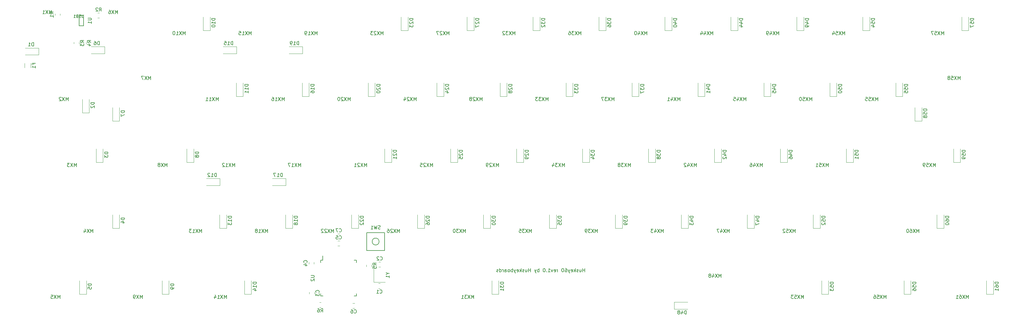
<source format=gbr>
%TF.GenerationSoftware,KiCad,Pcbnew,(5.1.10)-1*%
%TF.CreationDate,2021-08-14T15:29:17+09:00*%
%TF.ProjectId,pcb,7063622e-6b69-4636-9164-5f7063625858,rev?*%
%TF.SameCoordinates,Original*%
%TF.FileFunction,Legend,Bot*%
%TF.FilePolarity,Positive*%
%FSLAX46Y46*%
G04 Gerber Fmt 4.6, Leading zero omitted, Abs format (unit mm)*
G04 Created by KiCad (PCBNEW (5.1.10)-1) date 2021-08-14 15:29:17*
%MOMM*%
%LPD*%
G01*
G04 APERTURE LIST*
%ADD10C,0.150000*%
%ADD11C,0.120000*%
G04 APERTURE END LIST*
D10*
X188609285Y-105354380D02*
X188609285Y-104354380D01*
X188609285Y-104830571D02*
X188037857Y-104830571D01*
X188037857Y-105354380D02*
X188037857Y-104354380D01*
X187133095Y-104687714D02*
X187133095Y-105354380D01*
X187561666Y-104687714D02*
X187561666Y-105211523D01*
X187514047Y-105306761D01*
X187418809Y-105354380D01*
X187275952Y-105354380D01*
X187180714Y-105306761D01*
X187133095Y-105259142D01*
X186704523Y-105306761D02*
X186609285Y-105354380D01*
X186418809Y-105354380D01*
X186323571Y-105306761D01*
X186275952Y-105211523D01*
X186275952Y-105163904D01*
X186323571Y-105068666D01*
X186418809Y-105021047D01*
X186561666Y-105021047D01*
X186656904Y-104973428D01*
X186704523Y-104878190D01*
X186704523Y-104830571D01*
X186656904Y-104735333D01*
X186561666Y-104687714D01*
X186418809Y-104687714D01*
X186323571Y-104735333D01*
X185847380Y-105354380D02*
X185847380Y-104354380D01*
X185752142Y-104973428D02*
X185466428Y-105354380D01*
X185466428Y-104687714D02*
X185847380Y-105068666D01*
X184656904Y-105306761D02*
X184752142Y-105354380D01*
X184942619Y-105354380D01*
X185037857Y-105306761D01*
X185085476Y-105211523D01*
X185085476Y-104830571D01*
X185037857Y-104735333D01*
X184942619Y-104687714D01*
X184752142Y-104687714D01*
X184656904Y-104735333D01*
X184609285Y-104830571D01*
X184609285Y-104925809D01*
X185085476Y-105021047D01*
X184275952Y-104687714D02*
X184037857Y-105354380D01*
X183799761Y-104687714D02*
X184037857Y-105354380D01*
X184133095Y-105592476D01*
X184180714Y-105640095D01*
X184275952Y-105687714D01*
X182990238Y-104354380D02*
X183180714Y-104354380D01*
X183275952Y-104402000D01*
X183323571Y-104449619D01*
X183418809Y-104592476D01*
X183466428Y-104782952D01*
X183466428Y-105163904D01*
X183418809Y-105259142D01*
X183371190Y-105306761D01*
X183275952Y-105354380D01*
X183085476Y-105354380D01*
X182990238Y-105306761D01*
X182942619Y-105259142D01*
X182895000Y-105163904D01*
X182895000Y-104925809D01*
X182942619Y-104830571D01*
X182990238Y-104782952D01*
X183085476Y-104735333D01*
X183275952Y-104735333D01*
X183371190Y-104782952D01*
X183418809Y-104830571D01*
X183466428Y-104925809D01*
X182275952Y-104354380D02*
X182180714Y-104354380D01*
X182085476Y-104402000D01*
X182037857Y-104449619D01*
X181990238Y-104544857D01*
X181942619Y-104735333D01*
X181942619Y-104973428D01*
X181990238Y-105163904D01*
X182037857Y-105259142D01*
X182085476Y-105306761D01*
X182180714Y-105354380D01*
X182275952Y-105354380D01*
X182371190Y-105306761D01*
X182418809Y-105259142D01*
X182466428Y-105163904D01*
X182514047Y-104973428D01*
X182514047Y-104735333D01*
X182466428Y-104544857D01*
X182418809Y-104449619D01*
X182371190Y-104402000D01*
X182275952Y-104354380D01*
X180752142Y-105354380D02*
X180752142Y-104687714D01*
X180752142Y-104878190D02*
X180704523Y-104782952D01*
X180656904Y-104735333D01*
X180561666Y-104687714D01*
X180466428Y-104687714D01*
X179752142Y-105306761D02*
X179847380Y-105354380D01*
X180037857Y-105354380D01*
X180133095Y-105306761D01*
X180180714Y-105211523D01*
X180180714Y-104830571D01*
X180133095Y-104735333D01*
X180037857Y-104687714D01*
X179847380Y-104687714D01*
X179752142Y-104735333D01*
X179704523Y-104830571D01*
X179704523Y-104925809D01*
X180180714Y-105021047D01*
X179371190Y-104687714D02*
X179133095Y-105354380D01*
X178895000Y-104687714D01*
X177990238Y-105354380D02*
X178561666Y-105354380D01*
X178275952Y-105354380D02*
X178275952Y-104354380D01*
X178371190Y-104497238D01*
X178466428Y-104592476D01*
X178561666Y-104640095D01*
X177561666Y-105259142D02*
X177514047Y-105306761D01*
X177561666Y-105354380D01*
X177609285Y-105306761D01*
X177561666Y-105259142D01*
X177561666Y-105354380D01*
X176895000Y-104354380D02*
X176799761Y-104354380D01*
X176704523Y-104402000D01*
X176656904Y-104449619D01*
X176609285Y-104544857D01*
X176561666Y-104735333D01*
X176561666Y-104973428D01*
X176609285Y-105163904D01*
X176656904Y-105259142D01*
X176704523Y-105306761D01*
X176799761Y-105354380D01*
X176895000Y-105354380D01*
X176990238Y-105306761D01*
X177037857Y-105259142D01*
X177085476Y-105163904D01*
X177133095Y-104973428D01*
X177133095Y-104735333D01*
X177085476Y-104544857D01*
X177037857Y-104449619D01*
X176990238Y-104402000D01*
X176895000Y-104354380D01*
X175371190Y-105354380D02*
X175371190Y-104354380D01*
X175371190Y-104735333D02*
X175275952Y-104687714D01*
X175085476Y-104687714D01*
X174990238Y-104735333D01*
X174942619Y-104782952D01*
X174895000Y-104878190D01*
X174895000Y-105163904D01*
X174942619Y-105259142D01*
X174990238Y-105306761D01*
X175085476Y-105354380D01*
X175275952Y-105354380D01*
X175371190Y-105306761D01*
X174561666Y-104687714D02*
X174323571Y-105354380D01*
X174085476Y-104687714D02*
X174323571Y-105354380D01*
X174418809Y-105592476D01*
X174466428Y-105640095D01*
X174561666Y-105687714D01*
X172942619Y-105354380D02*
X172942619Y-104354380D01*
X172942619Y-104830571D02*
X172371190Y-104830571D01*
X172371190Y-105354380D02*
X172371190Y-104354380D01*
X171466428Y-104687714D02*
X171466428Y-105354380D01*
X171895000Y-104687714D02*
X171895000Y-105211523D01*
X171847380Y-105306761D01*
X171752142Y-105354380D01*
X171609285Y-105354380D01*
X171514047Y-105306761D01*
X171466428Y-105259142D01*
X171037857Y-105306761D02*
X170942619Y-105354380D01*
X170752142Y-105354380D01*
X170656904Y-105306761D01*
X170609285Y-105211523D01*
X170609285Y-105163904D01*
X170656904Y-105068666D01*
X170752142Y-105021047D01*
X170895000Y-105021047D01*
X170990238Y-104973428D01*
X171037857Y-104878190D01*
X171037857Y-104830571D01*
X170990238Y-104735333D01*
X170895000Y-104687714D01*
X170752142Y-104687714D01*
X170656904Y-104735333D01*
X170180714Y-105354380D02*
X170180714Y-104354380D01*
X170085476Y-104973428D02*
X169799761Y-105354380D01*
X169799761Y-104687714D02*
X170180714Y-105068666D01*
X168990238Y-105306761D02*
X169085476Y-105354380D01*
X169275952Y-105354380D01*
X169371190Y-105306761D01*
X169418809Y-105211523D01*
X169418809Y-104830571D01*
X169371190Y-104735333D01*
X169275952Y-104687714D01*
X169085476Y-104687714D01*
X168990238Y-104735333D01*
X168942619Y-104830571D01*
X168942619Y-104925809D01*
X169418809Y-105021047D01*
X168609285Y-104687714D02*
X168371190Y-105354380D01*
X168133095Y-104687714D02*
X168371190Y-105354380D01*
X168466428Y-105592476D01*
X168514047Y-105640095D01*
X168609285Y-105687714D01*
X167752142Y-105354380D02*
X167752142Y-104354380D01*
X167752142Y-104735333D02*
X167656904Y-104687714D01*
X167466428Y-104687714D01*
X167371190Y-104735333D01*
X167323571Y-104782952D01*
X167275952Y-104878190D01*
X167275952Y-105163904D01*
X167323571Y-105259142D01*
X167371190Y-105306761D01*
X167466428Y-105354380D01*
X167656904Y-105354380D01*
X167752142Y-105306761D01*
X166704523Y-105354380D02*
X166799761Y-105306761D01*
X166847380Y-105259142D01*
X166895000Y-105163904D01*
X166895000Y-104878190D01*
X166847380Y-104782952D01*
X166799761Y-104735333D01*
X166704523Y-104687714D01*
X166561666Y-104687714D01*
X166466428Y-104735333D01*
X166418809Y-104782952D01*
X166371190Y-104878190D01*
X166371190Y-105163904D01*
X166418809Y-105259142D01*
X166466428Y-105306761D01*
X166561666Y-105354380D01*
X166704523Y-105354380D01*
X165514047Y-105354380D02*
X165514047Y-104830571D01*
X165561666Y-104735333D01*
X165656904Y-104687714D01*
X165847380Y-104687714D01*
X165942619Y-104735333D01*
X165514047Y-105306761D02*
X165609285Y-105354380D01*
X165847380Y-105354380D01*
X165942619Y-105306761D01*
X165990238Y-105211523D01*
X165990238Y-105116285D01*
X165942619Y-105021047D01*
X165847380Y-104973428D01*
X165609285Y-104973428D01*
X165514047Y-104925809D01*
X165037857Y-105354380D02*
X165037857Y-104687714D01*
X165037857Y-104878190D02*
X164990238Y-104782952D01*
X164942619Y-104735333D01*
X164847380Y-104687714D01*
X164752142Y-104687714D01*
X163990238Y-105354380D02*
X163990238Y-104354380D01*
X163990238Y-105306761D02*
X164085476Y-105354380D01*
X164275952Y-105354380D01*
X164371190Y-105306761D01*
X164418809Y-105259142D01*
X164466428Y-105163904D01*
X164466428Y-104878190D01*
X164418809Y-104782952D01*
X164371190Y-104735333D01*
X164275952Y-104687714D01*
X164085476Y-104687714D01*
X163990238Y-104735333D01*
X163561666Y-105306761D02*
X163466428Y-105354380D01*
X163275952Y-105354380D01*
X163180714Y-105306761D01*
X163133095Y-105211523D01*
X163133095Y-105163904D01*
X163180714Y-105068666D01*
X163275952Y-105021047D01*
X163418809Y-105021047D01*
X163514047Y-104973428D01*
X163561666Y-104878190D01*
X163561666Y-104830571D01*
X163514047Y-104735333D01*
X163418809Y-104687714D01*
X163275952Y-104687714D01*
X163180714Y-104735333D01*
D11*
%TO.C,Y1*%
X130904250Y-108299000D02*
X127604250Y-108299000D01*
X127604250Y-108299000D02*
X127604250Y-104299000D01*
D10*
%TO.C,U2*%
X112300000Y-101981250D02*
X112875000Y-101981250D01*
X112300000Y-112331250D02*
X112975000Y-112331250D01*
X122650000Y-112331250D02*
X121975000Y-112331250D01*
X122650000Y-101981250D02*
X121975000Y-101981250D01*
X112300000Y-101981250D02*
X112300000Y-102656250D01*
X122650000Y-101981250D02*
X122650000Y-102656250D01*
X122650000Y-112331250D02*
X122650000Y-111656250D01*
X112300000Y-112331250D02*
X112300000Y-111656250D01*
X112875000Y-101981250D02*
X112875000Y-100706250D01*
%TO.C,U1*%
X43814000Y-34213500D02*
X42514000Y-34213500D01*
X43814000Y-31313500D02*
X43814000Y-34213500D01*
X42514000Y-31313500D02*
X43814000Y-31313500D01*
X42514000Y-31313500D02*
X42514000Y-34213500D01*
%TO.C,SW1*%
X129174750Y-96583500D02*
G75*
G03*
X129174750Y-96583500I-1000000J0D01*
G01*
X125574750Y-93983500D02*
X125574750Y-99183500D01*
X130774750Y-93983500D02*
X125574750Y-93983500D01*
X130774750Y-99183500D02*
X130774750Y-93983500D01*
X125574750Y-99183500D02*
X130774750Y-99183500D01*
D11*
%TO.C,R6*%
X111945686Y-115606500D02*
X112399814Y-115606500D01*
X111945686Y-114136500D02*
X112399814Y-114136500D01*
%TO.C,R5*%
X127004750Y-103795564D02*
X127004750Y-103341436D01*
X125534750Y-103795564D02*
X125534750Y-103341436D01*
%TO.C,R4*%
X44550000Y-39470064D02*
X44550000Y-39015936D01*
X43080000Y-39470064D02*
X43080000Y-39015936D01*
%TO.C,R3*%
X42518000Y-39446564D02*
X42518000Y-38992436D01*
X41048000Y-39446564D02*
X41048000Y-38992436D01*
%TO.C,R2*%
X48360064Y-30507000D02*
X47905936Y-30507000D01*
X48360064Y-31977000D02*
X47905936Y-31977000D01*
%TO.C,R1*%
X35587000Y-30760936D02*
X35587000Y-31215064D01*
X37057000Y-30760936D02*
X37057000Y-31215064D01*
%TO.C,F1*%
X28596000Y-46322064D02*
X28596000Y-45117936D01*
X26776000Y-46322064D02*
X26776000Y-45117936D01*
%TO.C,D61*%
X306593750Y-111787500D02*
X304593750Y-111787500D01*
X304593750Y-111787500D02*
X304593750Y-107887500D01*
X306593750Y-111787500D02*
X306593750Y-107887500D01*
%TO.C,D60*%
X292306250Y-92737500D02*
X290306250Y-92737500D01*
X290306250Y-92737500D02*
X290306250Y-88837500D01*
X292306250Y-92737500D02*
X292306250Y-88837500D01*
%TO.C,D59*%
X297068750Y-73687500D02*
X295068750Y-73687500D01*
X295068750Y-73687500D02*
X295068750Y-69787500D01*
X297068750Y-73687500D02*
X297068750Y-69787500D01*
%TO.C,D58*%
X285956250Y-61781250D02*
X283956250Y-61781250D01*
X283956250Y-61781250D02*
X283956250Y-57881250D01*
X285956250Y-61781250D02*
X285956250Y-57881250D01*
%TO.C,D57*%
X299450000Y-35587500D02*
X297450000Y-35587500D01*
X297450000Y-35587500D02*
X297450000Y-31687500D01*
X299450000Y-35587500D02*
X299450000Y-31687500D01*
%TO.C,D56*%
X282781250Y-111787500D02*
X280781250Y-111787500D01*
X280781250Y-111787500D02*
X280781250Y-107887500D01*
X282781250Y-111787500D02*
X282781250Y-107887500D01*
%TO.C,D55*%
X280400000Y-54637500D02*
X278400000Y-54637500D01*
X278400000Y-54637500D02*
X278400000Y-50737500D01*
X280400000Y-54637500D02*
X280400000Y-50737500D01*
%TO.C,D54*%
X270875000Y-35587500D02*
X268875000Y-35587500D01*
X268875000Y-35587500D02*
X268875000Y-31687500D01*
X270875000Y-35587500D02*
X270875000Y-31687500D01*
%TO.C,D53*%
X258968750Y-111787500D02*
X256968750Y-111787500D01*
X256968750Y-111787500D02*
X256968750Y-107887500D01*
X258968750Y-111787500D02*
X258968750Y-107887500D01*
%TO.C,D52*%
X256587500Y-92737500D02*
X254587500Y-92737500D01*
X254587500Y-92737500D02*
X254587500Y-88837500D01*
X256587500Y-92737500D02*
X256587500Y-88837500D01*
%TO.C,D51*%
X266112500Y-73687500D02*
X264112500Y-73687500D01*
X264112500Y-73687500D02*
X264112500Y-69787500D01*
X266112500Y-73687500D02*
X266112500Y-69787500D01*
%TO.C,D50*%
X261350000Y-54637500D02*
X259350000Y-54637500D01*
X259350000Y-54637500D02*
X259350000Y-50737500D01*
X261350000Y-54637500D02*
X261350000Y-50737500D01*
%TO.C,D49*%
X251825000Y-35587500D02*
X249825000Y-35587500D01*
X249825000Y-35587500D02*
X249825000Y-31687500D01*
X251825000Y-35587500D02*
X251825000Y-31687500D01*
%TO.C,D48*%
X214443750Y-116093750D02*
X214443750Y-114093750D01*
X214443750Y-114093750D02*
X218343750Y-114093750D01*
X214443750Y-116093750D02*
X218343750Y-116093750D01*
%TO.C,D47*%
X237537500Y-92737500D02*
X235537500Y-92737500D01*
X235537500Y-92737500D02*
X235537500Y-88837500D01*
X237537500Y-92737500D02*
X237537500Y-88837500D01*
%TO.C,D46*%
X247062500Y-73687500D02*
X245062500Y-73687500D01*
X245062500Y-73687500D02*
X245062500Y-69787500D01*
X247062500Y-73687500D02*
X247062500Y-69787500D01*
%TO.C,D45*%
X242300000Y-54637500D02*
X240300000Y-54637500D01*
X240300000Y-54637500D02*
X240300000Y-50737500D01*
X242300000Y-54637500D02*
X242300000Y-50737500D01*
%TO.C,D44*%
X232775000Y-35587500D02*
X230775000Y-35587500D01*
X230775000Y-35587500D02*
X230775000Y-31687500D01*
X232775000Y-35587500D02*
X232775000Y-31687500D01*
%TO.C,D43*%
X218487500Y-92737500D02*
X216487500Y-92737500D01*
X216487500Y-92737500D02*
X216487500Y-88837500D01*
X218487500Y-92737500D02*
X218487500Y-88837500D01*
%TO.C,D42*%
X228012500Y-73687500D02*
X226012500Y-73687500D01*
X226012500Y-73687500D02*
X226012500Y-69787500D01*
X228012500Y-73687500D02*
X228012500Y-69787500D01*
%TO.C,D41*%
X223250000Y-54637500D02*
X221250000Y-54637500D01*
X221250000Y-54637500D02*
X221250000Y-50737500D01*
X223250000Y-54637500D02*
X223250000Y-50737500D01*
%TO.C,D40*%
X213725000Y-35587500D02*
X211725000Y-35587500D01*
X211725000Y-35587500D02*
X211725000Y-31687500D01*
X213725000Y-35587500D02*
X213725000Y-31687500D01*
%TO.C,D39*%
X199437500Y-92737500D02*
X197437500Y-92737500D01*
X197437500Y-92737500D02*
X197437500Y-88837500D01*
X199437500Y-92737500D02*
X199437500Y-88837500D01*
%TO.C,D38*%
X208962500Y-73687500D02*
X206962500Y-73687500D01*
X206962500Y-73687500D02*
X206962500Y-69787500D01*
X208962500Y-73687500D02*
X208962500Y-69787500D01*
%TO.C,D37*%
X204200000Y-54637500D02*
X202200000Y-54637500D01*
X202200000Y-54637500D02*
X202200000Y-50737500D01*
X204200000Y-54637500D02*
X204200000Y-50737500D01*
%TO.C,D36*%
X194675000Y-35587500D02*
X192675000Y-35587500D01*
X192675000Y-35587500D02*
X192675000Y-31687500D01*
X194675000Y-35587500D02*
X194675000Y-31687500D01*
%TO.C,D35*%
X180387500Y-92737500D02*
X178387500Y-92737500D01*
X178387500Y-92737500D02*
X178387500Y-88837500D01*
X180387500Y-92737500D02*
X180387500Y-88837500D01*
%TO.C,D34*%
X189912500Y-73687500D02*
X187912500Y-73687500D01*
X187912500Y-73687500D02*
X187912500Y-69787500D01*
X189912500Y-73687500D02*
X189912500Y-69787500D01*
%TO.C,D33*%
X185150000Y-54637500D02*
X183150000Y-54637500D01*
X183150000Y-54637500D02*
X183150000Y-50737500D01*
X185150000Y-54637500D02*
X185150000Y-50737500D01*
%TO.C,D32*%
X175625000Y-35587500D02*
X173625000Y-35587500D01*
X173625000Y-35587500D02*
X173625000Y-31687500D01*
X175625000Y-35587500D02*
X175625000Y-31687500D01*
%TO.C,D31*%
X163718750Y-111787500D02*
X161718750Y-111787500D01*
X161718750Y-111787500D02*
X161718750Y-107887500D01*
X163718750Y-111787500D02*
X163718750Y-107887500D01*
%TO.C,D30*%
X161337500Y-92737500D02*
X159337500Y-92737500D01*
X159337500Y-92737500D02*
X159337500Y-88837500D01*
X161337500Y-92737500D02*
X161337500Y-88837500D01*
%TO.C,D29*%
X170862500Y-73687500D02*
X168862500Y-73687500D01*
X168862500Y-73687500D02*
X168862500Y-69787500D01*
X170862500Y-73687500D02*
X170862500Y-69787500D01*
%TO.C,D28*%
X166100000Y-54637500D02*
X164100000Y-54637500D01*
X164100000Y-54637500D02*
X164100000Y-50737500D01*
X166100000Y-54637500D02*
X166100000Y-50737500D01*
%TO.C,D27*%
X156575000Y-35587500D02*
X154575000Y-35587500D01*
X154575000Y-35587500D02*
X154575000Y-31687500D01*
X156575000Y-35587500D02*
X156575000Y-31687500D01*
%TO.C,D26*%
X142287500Y-92737500D02*
X140287500Y-92737500D01*
X140287500Y-92737500D02*
X140287500Y-88837500D01*
X142287500Y-92737500D02*
X142287500Y-88837500D01*
%TO.C,D25*%
X151812500Y-73687500D02*
X149812500Y-73687500D01*
X149812500Y-73687500D02*
X149812500Y-69787500D01*
X151812500Y-73687500D02*
X151812500Y-69787500D01*
%TO.C,D24*%
X147843750Y-54637500D02*
X145843750Y-54637500D01*
X145843750Y-54637500D02*
X145843750Y-50737500D01*
X147843750Y-54637500D02*
X147843750Y-50737500D01*
%TO.C,D23*%
X137525000Y-35587500D02*
X135525000Y-35587500D01*
X135525000Y-35587500D02*
X135525000Y-31687500D01*
X137525000Y-35587500D02*
X137525000Y-31687500D01*
%TO.C,D22*%
X123237500Y-92737500D02*
X121237500Y-92737500D01*
X121237500Y-92737500D02*
X121237500Y-88837500D01*
X123237500Y-92737500D02*
X123237500Y-88837500D01*
%TO.C,D21*%
X132762500Y-73687500D02*
X130762500Y-73687500D01*
X130762500Y-73687500D02*
X130762500Y-69787500D01*
X132762500Y-73687500D02*
X132762500Y-69787500D01*
%TO.C,D20*%
X128000000Y-54637500D02*
X126000000Y-54637500D01*
X126000000Y-54637500D02*
X126000000Y-50737500D01*
X128000000Y-54637500D02*
X128000000Y-50737500D01*
%TO.C,D19*%
X107025000Y-40275000D02*
X107025000Y-42275000D01*
X107025000Y-42275000D02*
X103125000Y-42275000D01*
X107025000Y-40275000D02*
X103125000Y-40275000D01*
%TO.C,D18*%
X104187500Y-92737500D02*
X102187500Y-92737500D01*
X102187500Y-92737500D02*
X102187500Y-88837500D01*
X104187500Y-92737500D02*
X104187500Y-88837500D01*
%TO.C,D17*%
X102262500Y-78375000D02*
X102262500Y-80375000D01*
X102262500Y-80375000D02*
X98362500Y-80375000D01*
X102262500Y-78375000D02*
X98362500Y-78375000D01*
%TO.C,D16*%
X108950000Y-54637500D02*
X106950000Y-54637500D01*
X106950000Y-54637500D02*
X106950000Y-50737500D01*
X108950000Y-54637500D02*
X108950000Y-50737500D01*
%TO.C,D15*%
X87975000Y-40275000D02*
X87975000Y-42275000D01*
X87975000Y-42275000D02*
X84075000Y-42275000D01*
X87975000Y-40275000D02*
X84075000Y-40275000D01*
%TO.C,D14*%
X92281250Y-111787500D02*
X90281250Y-111787500D01*
X90281250Y-111787500D02*
X90281250Y-107887500D01*
X92281250Y-111787500D02*
X92281250Y-107887500D01*
%TO.C,D13*%
X85137500Y-92737500D02*
X83137500Y-92737500D01*
X83137500Y-92737500D02*
X83137500Y-88837500D01*
X85137500Y-92737500D02*
X85137500Y-88837500D01*
%TO.C,D12*%
X83212500Y-78375000D02*
X83212500Y-80375000D01*
X83212500Y-80375000D02*
X79312500Y-80375000D01*
X83212500Y-78375000D02*
X79312500Y-78375000D01*
%TO.C,D11*%
X89900000Y-54637500D02*
X87900000Y-54637500D01*
X87900000Y-54637500D02*
X87900000Y-50737500D01*
X89900000Y-54637500D02*
X89900000Y-50737500D01*
%TO.C,D10*%
X80375000Y-35587500D02*
X78375000Y-35587500D01*
X78375000Y-35587500D02*
X78375000Y-31687500D01*
X80375000Y-35587500D02*
X80375000Y-31687500D01*
%TO.C,D9*%
X68468750Y-111787500D02*
X66468750Y-111787500D01*
X66468750Y-111787500D02*
X66468750Y-107887500D01*
X68468750Y-111787500D02*
X68468750Y-107887500D01*
%TO.C,D8*%
X75612500Y-73687500D02*
X73612500Y-73687500D01*
X73612500Y-73687500D02*
X73612500Y-69787500D01*
X75612500Y-73687500D02*
X75612500Y-69787500D01*
%TO.C,D7*%
X54181250Y-61781250D02*
X52181250Y-61781250D01*
X52181250Y-61781250D02*
X52181250Y-57881250D01*
X54181250Y-61781250D02*
X54181250Y-57881250D01*
%TO.C,D6*%
X49875000Y-40275000D02*
X49875000Y-42275000D01*
X49875000Y-42275000D02*
X45975000Y-42275000D01*
X49875000Y-40275000D02*
X45975000Y-40275000D01*
%TO.C,D5*%
X44656250Y-111787500D02*
X42656250Y-111787500D01*
X42656250Y-111787500D02*
X42656250Y-107887500D01*
X44656250Y-111787500D02*
X44656250Y-107887500D01*
%TO.C,D4*%
X54181250Y-92737500D02*
X52181250Y-92737500D01*
X52181250Y-92737500D02*
X52181250Y-88837500D01*
X54181250Y-92737500D02*
X54181250Y-88837500D01*
%TO.C,D3*%
X49418750Y-73687500D02*
X47418750Y-73687500D01*
X47418750Y-73687500D02*
X47418750Y-69787500D01*
X49418750Y-73687500D02*
X49418750Y-69787500D01*
%TO.C,D2*%
X45450000Y-59400000D02*
X43450000Y-59400000D01*
X43450000Y-59400000D02*
X43450000Y-55500000D01*
X45450000Y-59400000D02*
X45450000Y-55500000D01*
%TO.C,D1*%
X30887500Y-40656000D02*
X30887500Y-42656000D01*
X30887500Y-42656000D02*
X26987500Y-42656000D01*
X30887500Y-40656000D02*
X26987500Y-40656000D01*
%TO.C,C7*%
X117768002Y-94324500D02*
X117245498Y-94324500D01*
X117768002Y-95794500D02*
X117245498Y-95794500D01*
%TO.C,C6*%
X121563498Y-115860500D02*
X122086002Y-115860500D01*
X121563498Y-114390500D02*
X122086002Y-114390500D01*
%TO.C,C5*%
X117768002Y-96356500D02*
X117245498Y-96356500D01*
X117768002Y-97826500D02*
X117245498Y-97826500D01*
%TO.C,C4*%
X108897750Y-102545248D02*
X108897750Y-103067752D01*
X110367750Y-102545248D02*
X110367750Y-103067752D01*
%TO.C,C3*%
X110494750Y-111703752D02*
X110494750Y-111181248D01*
X109024750Y-111703752D02*
X109024750Y-111181248D01*
%TO.C,C2*%
X129579002Y-102452500D02*
X129056498Y-102452500D01*
X129579002Y-103922500D02*
X129056498Y-103922500D01*
%TO.C,C1*%
X128992998Y-110145500D02*
X129515502Y-110145500D01*
X128992998Y-108675500D02*
X129515502Y-108675500D01*
%TO.C,Y1*%
D10*
X131680440Y-105822809D02*
X132156630Y-105822809D01*
X131156630Y-105489476D02*
X131680440Y-105822809D01*
X131156630Y-106156142D01*
X132156630Y-107013285D02*
X132156630Y-106441857D01*
X132156630Y-106727571D02*
X131156630Y-106727571D01*
X131299488Y-106632333D01*
X131394726Y-106537095D01*
X131442345Y-106441857D01*
%TO.C,USB1*%
X43808476Y-31036904D02*
X43808476Y-31684523D01*
X43770380Y-31760714D01*
X43732285Y-31798809D01*
X43656095Y-31836904D01*
X43503714Y-31836904D01*
X43427523Y-31798809D01*
X43389428Y-31760714D01*
X43351333Y-31684523D01*
X43351333Y-31036904D01*
X43008476Y-31798809D02*
X42894190Y-31836904D01*
X42703714Y-31836904D01*
X42627523Y-31798809D01*
X42589428Y-31760714D01*
X42551333Y-31684523D01*
X42551333Y-31608333D01*
X42589428Y-31532142D01*
X42627523Y-31494047D01*
X42703714Y-31455952D01*
X42856095Y-31417857D01*
X42932285Y-31379761D01*
X42970380Y-31341666D01*
X43008476Y-31265476D01*
X43008476Y-31189285D01*
X42970380Y-31113095D01*
X42932285Y-31075000D01*
X42856095Y-31036904D01*
X42665619Y-31036904D01*
X42551333Y-31075000D01*
X41941809Y-31417857D02*
X41827523Y-31455952D01*
X41789428Y-31494047D01*
X41751333Y-31570238D01*
X41751333Y-31684523D01*
X41789428Y-31760714D01*
X41827523Y-31798809D01*
X41903714Y-31836904D01*
X42208476Y-31836904D01*
X42208476Y-31036904D01*
X41941809Y-31036904D01*
X41865619Y-31075000D01*
X41827523Y-31113095D01*
X41789428Y-31189285D01*
X41789428Y-31265476D01*
X41827523Y-31341666D01*
X41865619Y-31379761D01*
X41941809Y-31417857D01*
X42208476Y-31417857D01*
X40989428Y-31836904D02*
X41446571Y-31836904D01*
X41218000Y-31836904D02*
X41218000Y-31036904D01*
X41294190Y-31151190D01*
X41370380Y-31227380D01*
X41446571Y-31265476D01*
%TO.C,U2*%
X109477380Y-106394345D02*
X110286904Y-106394345D01*
X110382142Y-106441964D01*
X110429761Y-106489583D01*
X110477380Y-106584821D01*
X110477380Y-106775297D01*
X110429761Y-106870535D01*
X110382142Y-106918154D01*
X110286904Y-106965773D01*
X109477380Y-106965773D01*
X109572619Y-107394345D02*
X109525000Y-107441964D01*
X109477380Y-107537202D01*
X109477380Y-107775297D01*
X109525000Y-107870535D01*
X109572619Y-107918154D01*
X109667857Y-107965773D01*
X109763095Y-107965773D01*
X109905952Y-107918154D01*
X110477380Y-107346726D01*
X110477380Y-107965773D01*
%TO.C,U1*%
X45066380Y-32001595D02*
X45875904Y-32001595D01*
X45971142Y-32049214D01*
X46018761Y-32096833D01*
X46066380Y-32192071D01*
X46066380Y-32382547D01*
X46018761Y-32477785D01*
X45971142Y-32525404D01*
X45875904Y-32573023D01*
X45066380Y-32573023D01*
X46066380Y-33573023D02*
X46066380Y-33001595D01*
X46066380Y-33287309D02*
X45066380Y-33287309D01*
X45209238Y-33192071D01*
X45304476Y-33096833D01*
X45352095Y-33001595D01*
%TO.C,SW1*%
X129508083Y-92924261D02*
X129365226Y-92971880D01*
X129127130Y-92971880D01*
X129031892Y-92924261D01*
X128984273Y-92876642D01*
X128936654Y-92781404D01*
X128936654Y-92686166D01*
X128984273Y-92590928D01*
X129031892Y-92543309D01*
X129127130Y-92495690D01*
X129317607Y-92448071D01*
X129412845Y-92400452D01*
X129460464Y-92352833D01*
X129508083Y-92257595D01*
X129508083Y-92162357D01*
X129460464Y-92067119D01*
X129412845Y-92019500D01*
X129317607Y-91971880D01*
X129079511Y-91971880D01*
X128936654Y-92019500D01*
X128603321Y-91971880D02*
X128365226Y-92971880D01*
X128174750Y-92257595D01*
X127984273Y-92971880D01*
X127746178Y-91971880D01*
X126841416Y-92971880D02*
X127412845Y-92971880D01*
X127127130Y-92971880D02*
X127127130Y-91971880D01*
X127222369Y-92114738D01*
X127317607Y-92209976D01*
X127412845Y-92257595D01*
%TO.C,R6*%
X112339416Y-116973880D02*
X112672750Y-116497690D01*
X112910845Y-116973880D02*
X112910845Y-115973880D01*
X112529892Y-115973880D01*
X112434654Y-116021500D01*
X112387035Y-116069119D01*
X112339416Y-116164357D01*
X112339416Y-116307214D01*
X112387035Y-116402452D01*
X112434654Y-116450071D01*
X112529892Y-116497690D01*
X112910845Y-116497690D01*
X111482273Y-115973880D02*
X111672750Y-115973880D01*
X111767988Y-116021500D01*
X111815607Y-116069119D01*
X111910845Y-116211976D01*
X111958464Y-116402452D01*
X111958464Y-116783404D01*
X111910845Y-116878642D01*
X111863226Y-116926261D01*
X111767988Y-116973880D01*
X111577511Y-116973880D01*
X111482273Y-116926261D01*
X111434654Y-116878642D01*
X111387035Y-116783404D01*
X111387035Y-116545309D01*
X111434654Y-116450071D01*
X111482273Y-116402452D01*
X111577511Y-116354833D01*
X111767988Y-116354833D01*
X111863226Y-116402452D01*
X111910845Y-116450071D01*
X111958464Y-116545309D01*
%TO.C,R5*%
X128372130Y-103401833D02*
X127895940Y-103068500D01*
X128372130Y-102830404D02*
X127372130Y-102830404D01*
X127372130Y-103211357D01*
X127419750Y-103306595D01*
X127467369Y-103354214D01*
X127562607Y-103401833D01*
X127705464Y-103401833D01*
X127800702Y-103354214D01*
X127848321Y-103306595D01*
X127895940Y-103211357D01*
X127895940Y-102830404D01*
X127372130Y-104306595D02*
X127372130Y-103830404D01*
X127848321Y-103782785D01*
X127800702Y-103830404D01*
X127753083Y-103925642D01*
X127753083Y-104163738D01*
X127800702Y-104258976D01*
X127848321Y-104306595D01*
X127943559Y-104354214D01*
X128181654Y-104354214D01*
X128276892Y-104306595D01*
X128324511Y-104258976D01*
X128372130Y-104163738D01*
X128372130Y-103925642D01*
X128324511Y-103830404D01*
X128276892Y-103782785D01*
%TO.C,R4*%
X45917380Y-39076333D02*
X45441190Y-38743000D01*
X45917380Y-38504904D02*
X44917380Y-38504904D01*
X44917380Y-38885857D01*
X44965000Y-38981095D01*
X45012619Y-39028714D01*
X45107857Y-39076333D01*
X45250714Y-39076333D01*
X45345952Y-39028714D01*
X45393571Y-38981095D01*
X45441190Y-38885857D01*
X45441190Y-38504904D01*
X45250714Y-39933476D02*
X45917380Y-39933476D01*
X44869761Y-39695380D02*
X45584047Y-39457285D01*
X45584047Y-40076333D01*
%TO.C,R3*%
X43885380Y-39052833D02*
X43409190Y-38719500D01*
X43885380Y-38481404D02*
X42885380Y-38481404D01*
X42885380Y-38862357D01*
X42933000Y-38957595D01*
X42980619Y-39005214D01*
X43075857Y-39052833D01*
X43218714Y-39052833D01*
X43313952Y-39005214D01*
X43361571Y-38957595D01*
X43409190Y-38862357D01*
X43409190Y-38481404D01*
X42885380Y-39386166D02*
X42885380Y-40005214D01*
X43266333Y-39671880D01*
X43266333Y-39814738D01*
X43313952Y-39909976D01*
X43361571Y-39957595D01*
X43456809Y-40005214D01*
X43694904Y-40005214D01*
X43790142Y-39957595D01*
X43837761Y-39909976D01*
X43885380Y-39814738D01*
X43885380Y-39529023D01*
X43837761Y-39433785D01*
X43790142Y-39386166D01*
%TO.C,R2*%
X48299666Y-30044380D02*
X48633000Y-29568190D01*
X48871095Y-30044380D02*
X48871095Y-29044380D01*
X48490142Y-29044380D01*
X48394904Y-29092000D01*
X48347285Y-29139619D01*
X48299666Y-29234857D01*
X48299666Y-29377714D01*
X48347285Y-29472952D01*
X48394904Y-29520571D01*
X48490142Y-29568190D01*
X48871095Y-29568190D01*
X47918714Y-29139619D02*
X47871095Y-29092000D01*
X47775857Y-29044380D01*
X47537761Y-29044380D01*
X47442523Y-29092000D01*
X47394904Y-29139619D01*
X47347285Y-29234857D01*
X47347285Y-29330095D01*
X47394904Y-29472952D01*
X47966333Y-30044380D01*
X47347285Y-30044380D01*
%TO.C,R1*%
X35124380Y-30821333D02*
X34648190Y-30488000D01*
X35124380Y-30249904D02*
X34124380Y-30249904D01*
X34124380Y-30630857D01*
X34172000Y-30726095D01*
X34219619Y-30773714D01*
X34314857Y-30821333D01*
X34457714Y-30821333D01*
X34552952Y-30773714D01*
X34600571Y-30726095D01*
X34648190Y-30630857D01*
X34648190Y-30249904D01*
X35124380Y-31773714D02*
X35124380Y-31202285D01*
X35124380Y-31488000D02*
X34124380Y-31488000D01*
X34267238Y-31392761D01*
X34362476Y-31297523D01*
X34410095Y-31202285D01*
%TO.C,MX61*%
X299418154Y-113037880D02*
X299418154Y-112037880D01*
X299084821Y-112752166D01*
X298751488Y-112037880D01*
X298751488Y-113037880D01*
X298370535Y-112037880D02*
X297703869Y-113037880D01*
X297703869Y-112037880D02*
X298370535Y-113037880D01*
X296894345Y-112037880D02*
X297084821Y-112037880D01*
X297180059Y-112085500D01*
X297227678Y-112133119D01*
X297322916Y-112275976D01*
X297370535Y-112466452D01*
X297370535Y-112847404D01*
X297322916Y-112942642D01*
X297275297Y-112990261D01*
X297180059Y-113037880D01*
X296989583Y-113037880D01*
X296894345Y-112990261D01*
X296846726Y-112942642D01*
X296799107Y-112847404D01*
X296799107Y-112609309D01*
X296846726Y-112514071D01*
X296894345Y-112466452D01*
X296989583Y-112418833D01*
X297180059Y-112418833D01*
X297275297Y-112466452D01*
X297322916Y-112514071D01*
X297370535Y-112609309D01*
X295846726Y-113037880D02*
X296418154Y-113037880D01*
X296132440Y-113037880D02*
X296132440Y-112037880D01*
X296227678Y-112180738D01*
X296322916Y-112275976D01*
X296418154Y-112323595D01*
%TO.C,MX60*%
X285130654Y-93987880D02*
X285130654Y-92987880D01*
X284797321Y-93702166D01*
X284463988Y-92987880D01*
X284463988Y-93987880D01*
X284083035Y-92987880D02*
X283416369Y-93987880D01*
X283416369Y-92987880D02*
X284083035Y-93987880D01*
X282606845Y-92987880D02*
X282797321Y-92987880D01*
X282892559Y-93035500D01*
X282940178Y-93083119D01*
X283035416Y-93225976D01*
X283083035Y-93416452D01*
X283083035Y-93797404D01*
X283035416Y-93892642D01*
X282987797Y-93940261D01*
X282892559Y-93987880D01*
X282702083Y-93987880D01*
X282606845Y-93940261D01*
X282559226Y-93892642D01*
X282511607Y-93797404D01*
X282511607Y-93559309D01*
X282559226Y-93464071D01*
X282606845Y-93416452D01*
X282702083Y-93368833D01*
X282892559Y-93368833D01*
X282987797Y-93416452D01*
X283035416Y-93464071D01*
X283083035Y-93559309D01*
X281892559Y-92987880D02*
X281797321Y-92987880D01*
X281702083Y-93035500D01*
X281654464Y-93083119D01*
X281606845Y-93178357D01*
X281559226Y-93368833D01*
X281559226Y-93606928D01*
X281606845Y-93797404D01*
X281654464Y-93892642D01*
X281702083Y-93940261D01*
X281797321Y-93987880D01*
X281892559Y-93987880D01*
X281987797Y-93940261D01*
X282035416Y-93892642D01*
X282083035Y-93797404D01*
X282130654Y-93606928D01*
X282130654Y-93368833D01*
X282083035Y-93178357D01*
X282035416Y-93083119D01*
X281987797Y-93035500D01*
X281892559Y-92987880D01*
%TO.C,MX59*%
X289893154Y-74937880D02*
X289893154Y-73937880D01*
X289559821Y-74652166D01*
X289226488Y-73937880D01*
X289226488Y-74937880D01*
X288845535Y-73937880D02*
X288178869Y-74937880D01*
X288178869Y-73937880D02*
X288845535Y-74937880D01*
X287321726Y-73937880D02*
X287797916Y-73937880D01*
X287845535Y-74414071D01*
X287797916Y-74366452D01*
X287702678Y-74318833D01*
X287464583Y-74318833D01*
X287369345Y-74366452D01*
X287321726Y-74414071D01*
X287274107Y-74509309D01*
X287274107Y-74747404D01*
X287321726Y-74842642D01*
X287369345Y-74890261D01*
X287464583Y-74937880D01*
X287702678Y-74937880D01*
X287797916Y-74890261D01*
X287845535Y-74842642D01*
X286797916Y-74937880D02*
X286607440Y-74937880D01*
X286512202Y-74890261D01*
X286464583Y-74842642D01*
X286369345Y-74699785D01*
X286321726Y-74509309D01*
X286321726Y-74128357D01*
X286369345Y-74033119D01*
X286416964Y-73985500D01*
X286512202Y-73937880D01*
X286702678Y-73937880D01*
X286797916Y-73985500D01*
X286845535Y-74033119D01*
X286893154Y-74128357D01*
X286893154Y-74366452D01*
X286845535Y-74461690D01*
X286797916Y-74509309D01*
X286702678Y-74556928D01*
X286512202Y-74556928D01*
X286416964Y-74509309D01*
X286369345Y-74461690D01*
X286321726Y-74366452D01*
%TO.C,MX58*%
X297036904Y-49791880D02*
X297036904Y-48791880D01*
X296703571Y-49506166D01*
X296370238Y-48791880D01*
X296370238Y-49791880D01*
X295989285Y-48791880D02*
X295322619Y-49791880D01*
X295322619Y-48791880D02*
X295989285Y-49791880D01*
X294465476Y-48791880D02*
X294941666Y-48791880D01*
X294989285Y-49268071D01*
X294941666Y-49220452D01*
X294846428Y-49172833D01*
X294608333Y-49172833D01*
X294513095Y-49220452D01*
X294465476Y-49268071D01*
X294417857Y-49363309D01*
X294417857Y-49601404D01*
X294465476Y-49696642D01*
X294513095Y-49744261D01*
X294608333Y-49791880D01*
X294846428Y-49791880D01*
X294941666Y-49744261D01*
X294989285Y-49696642D01*
X293846428Y-49220452D02*
X293941666Y-49172833D01*
X293989285Y-49125214D01*
X294036904Y-49029976D01*
X294036904Y-48982357D01*
X293989285Y-48887119D01*
X293941666Y-48839500D01*
X293846428Y-48791880D01*
X293655952Y-48791880D01*
X293560714Y-48839500D01*
X293513095Y-48887119D01*
X293465476Y-48982357D01*
X293465476Y-49029976D01*
X293513095Y-49125214D01*
X293560714Y-49172833D01*
X293655952Y-49220452D01*
X293846428Y-49220452D01*
X293941666Y-49268071D01*
X293989285Y-49315690D01*
X294036904Y-49410928D01*
X294036904Y-49601404D01*
X293989285Y-49696642D01*
X293941666Y-49744261D01*
X293846428Y-49791880D01*
X293655952Y-49791880D01*
X293560714Y-49744261D01*
X293513095Y-49696642D01*
X293465476Y-49601404D01*
X293465476Y-49410928D01*
X293513095Y-49315690D01*
X293560714Y-49268071D01*
X293655952Y-49220452D01*
%TO.C,MX57*%
X292274404Y-36837880D02*
X292274404Y-35837880D01*
X291941071Y-36552166D01*
X291607738Y-35837880D01*
X291607738Y-36837880D01*
X291226785Y-35837880D02*
X290560119Y-36837880D01*
X290560119Y-35837880D02*
X291226785Y-36837880D01*
X289702976Y-35837880D02*
X290179166Y-35837880D01*
X290226785Y-36314071D01*
X290179166Y-36266452D01*
X290083928Y-36218833D01*
X289845833Y-36218833D01*
X289750595Y-36266452D01*
X289702976Y-36314071D01*
X289655357Y-36409309D01*
X289655357Y-36647404D01*
X289702976Y-36742642D01*
X289750595Y-36790261D01*
X289845833Y-36837880D01*
X290083928Y-36837880D01*
X290179166Y-36790261D01*
X290226785Y-36742642D01*
X289322023Y-35837880D02*
X288655357Y-35837880D01*
X289083928Y-36837880D01*
%TO.C,MX56*%
X275605654Y-113037880D02*
X275605654Y-112037880D01*
X275272321Y-112752166D01*
X274938988Y-112037880D01*
X274938988Y-113037880D01*
X274558035Y-112037880D02*
X273891369Y-113037880D01*
X273891369Y-112037880D02*
X274558035Y-113037880D01*
X273034226Y-112037880D02*
X273510416Y-112037880D01*
X273558035Y-112514071D01*
X273510416Y-112466452D01*
X273415178Y-112418833D01*
X273177083Y-112418833D01*
X273081845Y-112466452D01*
X273034226Y-112514071D01*
X272986607Y-112609309D01*
X272986607Y-112847404D01*
X273034226Y-112942642D01*
X273081845Y-112990261D01*
X273177083Y-113037880D01*
X273415178Y-113037880D01*
X273510416Y-112990261D01*
X273558035Y-112942642D01*
X272129464Y-112037880D02*
X272319940Y-112037880D01*
X272415178Y-112085500D01*
X272462797Y-112133119D01*
X272558035Y-112275976D01*
X272605654Y-112466452D01*
X272605654Y-112847404D01*
X272558035Y-112942642D01*
X272510416Y-112990261D01*
X272415178Y-113037880D01*
X272224702Y-113037880D01*
X272129464Y-112990261D01*
X272081845Y-112942642D01*
X272034226Y-112847404D01*
X272034226Y-112609309D01*
X272081845Y-112514071D01*
X272129464Y-112466452D01*
X272224702Y-112418833D01*
X272415178Y-112418833D01*
X272510416Y-112466452D01*
X272558035Y-112514071D01*
X272605654Y-112609309D01*
%TO.C,MX55*%
X273224404Y-55887880D02*
X273224404Y-54887880D01*
X272891071Y-55602166D01*
X272557738Y-54887880D01*
X272557738Y-55887880D01*
X272176785Y-54887880D02*
X271510119Y-55887880D01*
X271510119Y-54887880D02*
X272176785Y-55887880D01*
X270652976Y-54887880D02*
X271129166Y-54887880D01*
X271176785Y-55364071D01*
X271129166Y-55316452D01*
X271033928Y-55268833D01*
X270795833Y-55268833D01*
X270700595Y-55316452D01*
X270652976Y-55364071D01*
X270605357Y-55459309D01*
X270605357Y-55697404D01*
X270652976Y-55792642D01*
X270700595Y-55840261D01*
X270795833Y-55887880D01*
X271033928Y-55887880D01*
X271129166Y-55840261D01*
X271176785Y-55792642D01*
X269700595Y-54887880D02*
X270176785Y-54887880D01*
X270224404Y-55364071D01*
X270176785Y-55316452D01*
X270081547Y-55268833D01*
X269843452Y-55268833D01*
X269748214Y-55316452D01*
X269700595Y-55364071D01*
X269652976Y-55459309D01*
X269652976Y-55697404D01*
X269700595Y-55792642D01*
X269748214Y-55840261D01*
X269843452Y-55887880D01*
X270081547Y-55887880D01*
X270176785Y-55840261D01*
X270224404Y-55792642D01*
%TO.C,MX54*%
X263699404Y-36837880D02*
X263699404Y-35837880D01*
X263366071Y-36552166D01*
X263032738Y-35837880D01*
X263032738Y-36837880D01*
X262651785Y-35837880D02*
X261985119Y-36837880D01*
X261985119Y-35837880D02*
X262651785Y-36837880D01*
X261127976Y-35837880D02*
X261604166Y-35837880D01*
X261651785Y-36314071D01*
X261604166Y-36266452D01*
X261508928Y-36218833D01*
X261270833Y-36218833D01*
X261175595Y-36266452D01*
X261127976Y-36314071D01*
X261080357Y-36409309D01*
X261080357Y-36647404D01*
X261127976Y-36742642D01*
X261175595Y-36790261D01*
X261270833Y-36837880D01*
X261508928Y-36837880D01*
X261604166Y-36790261D01*
X261651785Y-36742642D01*
X260223214Y-36171214D02*
X260223214Y-36837880D01*
X260461309Y-35790261D02*
X260699404Y-36504547D01*
X260080357Y-36504547D01*
%TO.C,MX53*%
X251793154Y-113037880D02*
X251793154Y-112037880D01*
X251459821Y-112752166D01*
X251126488Y-112037880D01*
X251126488Y-113037880D01*
X250745535Y-112037880D02*
X250078869Y-113037880D01*
X250078869Y-112037880D02*
X250745535Y-113037880D01*
X249221726Y-112037880D02*
X249697916Y-112037880D01*
X249745535Y-112514071D01*
X249697916Y-112466452D01*
X249602678Y-112418833D01*
X249364583Y-112418833D01*
X249269345Y-112466452D01*
X249221726Y-112514071D01*
X249174107Y-112609309D01*
X249174107Y-112847404D01*
X249221726Y-112942642D01*
X249269345Y-112990261D01*
X249364583Y-113037880D01*
X249602678Y-113037880D01*
X249697916Y-112990261D01*
X249745535Y-112942642D01*
X248840773Y-112037880D02*
X248221726Y-112037880D01*
X248555059Y-112418833D01*
X248412202Y-112418833D01*
X248316964Y-112466452D01*
X248269345Y-112514071D01*
X248221726Y-112609309D01*
X248221726Y-112847404D01*
X248269345Y-112942642D01*
X248316964Y-112990261D01*
X248412202Y-113037880D01*
X248697916Y-113037880D01*
X248793154Y-112990261D01*
X248840773Y-112942642D01*
%TO.C,MX52*%
X249411904Y-93987880D02*
X249411904Y-92987880D01*
X249078571Y-93702166D01*
X248745238Y-92987880D01*
X248745238Y-93987880D01*
X248364285Y-92987880D02*
X247697619Y-93987880D01*
X247697619Y-92987880D02*
X248364285Y-93987880D01*
X246840476Y-92987880D02*
X247316666Y-92987880D01*
X247364285Y-93464071D01*
X247316666Y-93416452D01*
X247221428Y-93368833D01*
X246983333Y-93368833D01*
X246888095Y-93416452D01*
X246840476Y-93464071D01*
X246792857Y-93559309D01*
X246792857Y-93797404D01*
X246840476Y-93892642D01*
X246888095Y-93940261D01*
X246983333Y-93987880D01*
X247221428Y-93987880D01*
X247316666Y-93940261D01*
X247364285Y-93892642D01*
X246411904Y-93083119D02*
X246364285Y-93035500D01*
X246269047Y-92987880D01*
X246030952Y-92987880D01*
X245935714Y-93035500D01*
X245888095Y-93083119D01*
X245840476Y-93178357D01*
X245840476Y-93273595D01*
X245888095Y-93416452D01*
X246459523Y-93987880D01*
X245840476Y-93987880D01*
%TO.C,MX51*%
X258936904Y-74937880D02*
X258936904Y-73937880D01*
X258603571Y-74652166D01*
X258270238Y-73937880D01*
X258270238Y-74937880D01*
X257889285Y-73937880D02*
X257222619Y-74937880D01*
X257222619Y-73937880D02*
X257889285Y-74937880D01*
X256365476Y-73937880D02*
X256841666Y-73937880D01*
X256889285Y-74414071D01*
X256841666Y-74366452D01*
X256746428Y-74318833D01*
X256508333Y-74318833D01*
X256413095Y-74366452D01*
X256365476Y-74414071D01*
X256317857Y-74509309D01*
X256317857Y-74747404D01*
X256365476Y-74842642D01*
X256413095Y-74890261D01*
X256508333Y-74937880D01*
X256746428Y-74937880D01*
X256841666Y-74890261D01*
X256889285Y-74842642D01*
X255365476Y-74937880D02*
X255936904Y-74937880D01*
X255651190Y-74937880D02*
X255651190Y-73937880D01*
X255746428Y-74080738D01*
X255841666Y-74175976D01*
X255936904Y-74223595D01*
%TO.C,MX50*%
X254174404Y-55887880D02*
X254174404Y-54887880D01*
X253841071Y-55602166D01*
X253507738Y-54887880D01*
X253507738Y-55887880D01*
X253126785Y-54887880D02*
X252460119Y-55887880D01*
X252460119Y-54887880D02*
X253126785Y-55887880D01*
X251602976Y-54887880D02*
X252079166Y-54887880D01*
X252126785Y-55364071D01*
X252079166Y-55316452D01*
X251983928Y-55268833D01*
X251745833Y-55268833D01*
X251650595Y-55316452D01*
X251602976Y-55364071D01*
X251555357Y-55459309D01*
X251555357Y-55697404D01*
X251602976Y-55792642D01*
X251650595Y-55840261D01*
X251745833Y-55887880D01*
X251983928Y-55887880D01*
X252079166Y-55840261D01*
X252126785Y-55792642D01*
X250936309Y-54887880D02*
X250841071Y-54887880D01*
X250745833Y-54935500D01*
X250698214Y-54983119D01*
X250650595Y-55078357D01*
X250602976Y-55268833D01*
X250602976Y-55506928D01*
X250650595Y-55697404D01*
X250698214Y-55792642D01*
X250745833Y-55840261D01*
X250841071Y-55887880D01*
X250936309Y-55887880D01*
X251031547Y-55840261D01*
X251079166Y-55792642D01*
X251126785Y-55697404D01*
X251174404Y-55506928D01*
X251174404Y-55268833D01*
X251126785Y-55078357D01*
X251079166Y-54983119D01*
X251031547Y-54935500D01*
X250936309Y-54887880D01*
%TO.C,MX49*%
X244649404Y-36837880D02*
X244649404Y-35837880D01*
X244316071Y-36552166D01*
X243982738Y-35837880D01*
X243982738Y-36837880D01*
X243601785Y-35837880D02*
X242935119Y-36837880D01*
X242935119Y-35837880D02*
X243601785Y-36837880D01*
X242125595Y-36171214D02*
X242125595Y-36837880D01*
X242363690Y-35790261D02*
X242601785Y-36504547D01*
X241982738Y-36504547D01*
X241554166Y-36837880D02*
X241363690Y-36837880D01*
X241268452Y-36790261D01*
X241220833Y-36742642D01*
X241125595Y-36599785D01*
X241077976Y-36409309D01*
X241077976Y-36028357D01*
X241125595Y-35933119D01*
X241173214Y-35885500D01*
X241268452Y-35837880D01*
X241458928Y-35837880D01*
X241554166Y-35885500D01*
X241601785Y-35933119D01*
X241649404Y-36028357D01*
X241649404Y-36266452D01*
X241601785Y-36361690D01*
X241554166Y-36409309D01*
X241458928Y-36456928D01*
X241268452Y-36456928D01*
X241173214Y-36409309D01*
X241125595Y-36361690D01*
X241077976Y-36266452D01*
%TO.C,MX48*%
X227980654Y-106941880D02*
X227980654Y-105941880D01*
X227647321Y-106656166D01*
X227313988Y-105941880D01*
X227313988Y-106941880D01*
X226933035Y-105941880D02*
X226266369Y-106941880D01*
X226266369Y-105941880D02*
X226933035Y-106941880D01*
X225456845Y-106275214D02*
X225456845Y-106941880D01*
X225694940Y-105894261D02*
X225933035Y-106608547D01*
X225313988Y-106608547D01*
X224790178Y-106370452D02*
X224885416Y-106322833D01*
X224933035Y-106275214D01*
X224980654Y-106179976D01*
X224980654Y-106132357D01*
X224933035Y-106037119D01*
X224885416Y-105989500D01*
X224790178Y-105941880D01*
X224599702Y-105941880D01*
X224504464Y-105989500D01*
X224456845Y-106037119D01*
X224409226Y-106132357D01*
X224409226Y-106179976D01*
X224456845Y-106275214D01*
X224504464Y-106322833D01*
X224599702Y-106370452D01*
X224790178Y-106370452D01*
X224885416Y-106418071D01*
X224933035Y-106465690D01*
X224980654Y-106560928D01*
X224980654Y-106751404D01*
X224933035Y-106846642D01*
X224885416Y-106894261D01*
X224790178Y-106941880D01*
X224599702Y-106941880D01*
X224504464Y-106894261D01*
X224456845Y-106846642D01*
X224409226Y-106751404D01*
X224409226Y-106560928D01*
X224456845Y-106465690D01*
X224504464Y-106418071D01*
X224599702Y-106370452D01*
%TO.C,MX47*%
X230361904Y-93987880D02*
X230361904Y-92987880D01*
X230028571Y-93702166D01*
X229695238Y-92987880D01*
X229695238Y-93987880D01*
X229314285Y-92987880D02*
X228647619Y-93987880D01*
X228647619Y-92987880D02*
X229314285Y-93987880D01*
X227838095Y-93321214D02*
X227838095Y-93987880D01*
X228076190Y-92940261D02*
X228314285Y-93654547D01*
X227695238Y-93654547D01*
X227409523Y-92987880D02*
X226742857Y-92987880D01*
X227171428Y-93987880D01*
%TO.C,MX46*%
X239886904Y-74937880D02*
X239886904Y-73937880D01*
X239553571Y-74652166D01*
X239220238Y-73937880D01*
X239220238Y-74937880D01*
X238839285Y-73937880D02*
X238172619Y-74937880D01*
X238172619Y-73937880D02*
X238839285Y-74937880D01*
X237363095Y-74271214D02*
X237363095Y-74937880D01*
X237601190Y-73890261D02*
X237839285Y-74604547D01*
X237220238Y-74604547D01*
X236410714Y-73937880D02*
X236601190Y-73937880D01*
X236696428Y-73985500D01*
X236744047Y-74033119D01*
X236839285Y-74175976D01*
X236886904Y-74366452D01*
X236886904Y-74747404D01*
X236839285Y-74842642D01*
X236791666Y-74890261D01*
X236696428Y-74937880D01*
X236505952Y-74937880D01*
X236410714Y-74890261D01*
X236363095Y-74842642D01*
X236315476Y-74747404D01*
X236315476Y-74509309D01*
X236363095Y-74414071D01*
X236410714Y-74366452D01*
X236505952Y-74318833D01*
X236696428Y-74318833D01*
X236791666Y-74366452D01*
X236839285Y-74414071D01*
X236886904Y-74509309D01*
%TO.C,MX45*%
X235124404Y-55887880D02*
X235124404Y-54887880D01*
X234791071Y-55602166D01*
X234457738Y-54887880D01*
X234457738Y-55887880D01*
X234076785Y-54887880D02*
X233410119Y-55887880D01*
X233410119Y-54887880D02*
X234076785Y-55887880D01*
X232600595Y-55221214D02*
X232600595Y-55887880D01*
X232838690Y-54840261D02*
X233076785Y-55554547D01*
X232457738Y-55554547D01*
X231600595Y-54887880D02*
X232076785Y-54887880D01*
X232124404Y-55364071D01*
X232076785Y-55316452D01*
X231981547Y-55268833D01*
X231743452Y-55268833D01*
X231648214Y-55316452D01*
X231600595Y-55364071D01*
X231552976Y-55459309D01*
X231552976Y-55697404D01*
X231600595Y-55792642D01*
X231648214Y-55840261D01*
X231743452Y-55887880D01*
X231981547Y-55887880D01*
X232076785Y-55840261D01*
X232124404Y-55792642D01*
%TO.C,MX44*%
X225599404Y-36837880D02*
X225599404Y-35837880D01*
X225266071Y-36552166D01*
X224932738Y-35837880D01*
X224932738Y-36837880D01*
X224551785Y-35837880D02*
X223885119Y-36837880D01*
X223885119Y-35837880D02*
X224551785Y-36837880D01*
X223075595Y-36171214D02*
X223075595Y-36837880D01*
X223313690Y-35790261D02*
X223551785Y-36504547D01*
X222932738Y-36504547D01*
X222123214Y-36171214D02*
X222123214Y-36837880D01*
X222361309Y-35790261D02*
X222599404Y-36504547D01*
X221980357Y-36504547D01*
%TO.C,MX43*%
X211311904Y-93987880D02*
X211311904Y-92987880D01*
X210978571Y-93702166D01*
X210645238Y-92987880D01*
X210645238Y-93987880D01*
X210264285Y-92987880D02*
X209597619Y-93987880D01*
X209597619Y-92987880D02*
X210264285Y-93987880D01*
X208788095Y-93321214D02*
X208788095Y-93987880D01*
X209026190Y-92940261D02*
X209264285Y-93654547D01*
X208645238Y-93654547D01*
X208359523Y-92987880D02*
X207740476Y-92987880D01*
X208073809Y-93368833D01*
X207930952Y-93368833D01*
X207835714Y-93416452D01*
X207788095Y-93464071D01*
X207740476Y-93559309D01*
X207740476Y-93797404D01*
X207788095Y-93892642D01*
X207835714Y-93940261D01*
X207930952Y-93987880D01*
X208216666Y-93987880D01*
X208311904Y-93940261D01*
X208359523Y-93892642D01*
%TO.C,MX42*%
X220836904Y-74937880D02*
X220836904Y-73937880D01*
X220503571Y-74652166D01*
X220170238Y-73937880D01*
X220170238Y-74937880D01*
X219789285Y-73937880D02*
X219122619Y-74937880D01*
X219122619Y-73937880D02*
X219789285Y-74937880D01*
X218313095Y-74271214D02*
X218313095Y-74937880D01*
X218551190Y-73890261D02*
X218789285Y-74604547D01*
X218170238Y-74604547D01*
X217836904Y-74033119D02*
X217789285Y-73985500D01*
X217694047Y-73937880D01*
X217455952Y-73937880D01*
X217360714Y-73985500D01*
X217313095Y-74033119D01*
X217265476Y-74128357D01*
X217265476Y-74223595D01*
X217313095Y-74366452D01*
X217884523Y-74937880D01*
X217265476Y-74937880D01*
%TO.C,MX41*%
X216074404Y-55887880D02*
X216074404Y-54887880D01*
X215741071Y-55602166D01*
X215407738Y-54887880D01*
X215407738Y-55887880D01*
X215026785Y-54887880D02*
X214360119Y-55887880D01*
X214360119Y-54887880D02*
X215026785Y-55887880D01*
X213550595Y-55221214D02*
X213550595Y-55887880D01*
X213788690Y-54840261D02*
X214026785Y-55554547D01*
X213407738Y-55554547D01*
X212502976Y-55887880D02*
X213074404Y-55887880D01*
X212788690Y-55887880D02*
X212788690Y-54887880D01*
X212883928Y-55030738D01*
X212979166Y-55125976D01*
X213074404Y-55173595D01*
%TO.C,MX40*%
X206549404Y-36837880D02*
X206549404Y-35837880D01*
X206216071Y-36552166D01*
X205882738Y-35837880D01*
X205882738Y-36837880D01*
X205501785Y-35837880D02*
X204835119Y-36837880D01*
X204835119Y-35837880D02*
X205501785Y-36837880D01*
X204025595Y-36171214D02*
X204025595Y-36837880D01*
X204263690Y-35790261D02*
X204501785Y-36504547D01*
X203882738Y-36504547D01*
X203311309Y-35837880D02*
X203216071Y-35837880D01*
X203120833Y-35885500D01*
X203073214Y-35933119D01*
X203025595Y-36028357D01*
X202977976Y-36218833D01*
X202977976Y-36456928D01*
X203025595Y-36647404D01*
X203073214Y-36742642D01*
X203120833Y-36790261D01*
X203216071Y-36837880D01*
X203311309Y-36837880D01*
X203406547Y-36790261D01*
X203454166Y-36742642D01*
X203501785Y-36647404D01*
X203549404Y-36456928D01*
X203549404Y-36218833D01*
X203501785Y-36028357D01*
X203454166Y-35933119D01*
X203406547Y-35885500D01*
X203311309Y-35837880D01*
%TO.C,MX39*%
X192261904Y-93987880D02*
X192261904Y-92987880D01*
X191928571Y-93702166D01*
X191595238Y-92987880D01*
X191595238Y-93987880D01*
X191214285Y-92987880D02*
X190547619Y-93987880D01*
X190547619Y-92987880D02*
X191214285Y-93987880D01*
X190261904Y-92987880D02*
X189642857Y-92987880D01*
X189976190Y-93368833D01*
X189833333Y-93368833D01*
X189738095Y-93416452D01*
X189690476Y-93464071D01*
X189642857Y-93559309D01*
X189642857Y-93797404D01*
X189690476Y-93892642D01*
X189738095Y-93940261D01*
X189833333Y-93987880D01*
X190119047Y-93987880D01*
X190214285Y-93940261D01*
X190261904Y-93892642D01*
X189166666Y-93987880D02*
X188976190Y-93987880D01*
X188880952Y-93940261D01*
X188833333Y-93892642D01*
X188738095Y-93749785D01*
X188690476Y-93559309D01*
X188690476Y-93178357D01*
X188738095Y-93083119D01*
X188785714Y-93035500D01*
X188880952Y-92987880D01*
X189071428Y-92987880D01*
X189166666Y-93035500D01*
X189214285Y-93083119D01*
X189261904Y-93178357D01*
X189261904Y-93416452D01*
X189214285Y-93511690D01*
X189166666Y-93559309D01*
X189071428Y-93606928D01*
X188880952Y-93606928D01*
X188785714Y-93559309D01*
X188738095Y-93511690D01*
X188690476Y-93416452D01*
%TO.C,MX38*%
X201786904Y-74937880D02*
X201786904Y-73937880D01*
X201453571Y-74652166D01*
X201120238Y-73937880D01*
X201120238Y-74937880D01*
X200739285Y-73937880D02*
X200072619Y-74937880D01*
X200072619Y-73937880D02*
X200739285Y-74937880D01*
X199786904Y-73937880D02*
X199167857Y-73937880D01*
X199501190Y-74318833D01*
X199358333Y-74318833D01*
X199263095Y-74366452D01*
X199215476Y-74414071D01*
X199167857Y-74509309D01*
X199167857Y-74747404D01*
X199215476Y-74842642D01*
X199263095Y-74890261D01*
X199358333Y-74937880D01*
X199644047Y-74937880D01*
X199739285Y-74890261D01*
X199786904Y-74842642D01*
X198596428Y-74366452D02*
X198691666Y-74318833D01*
X198739285Y-74271214D01*
X198786904Y-74175976D01*
X198786904Y-74128357D01*
X198739285Y-74033119D01*
X198691666Y-73985500D01*
X198596428Y-73937880D01*
X198405952Y-73937880D01*
X198310714Y-73985500D01*
X198263095Y-74033119D01*
X198215476Y-74128357D01*
X198215476Y-74175976D01*
X198263095Y-74271214D01*
X198310714Y-74318833D01*
X198405952Y-74366452D01*
X198596428Y-74366452D01*
X198691666Y-74414071D01*
X198739285Y-74461690D01*
X198786904Y-74556928D01*
X198786904Y-74747404D01*
X198739285Y-74842642D01*
X198691666Y-74890261D01*
X198596428Y-74937880D01*
X198405952Y-74937880D01*
X198310714Y-74890261D01*
X198263095Y-74842642D01*
X198215476Y-74747404D01*
X198215476Y-74556928D01*
X198263095Y-74461690D01*
X198310714Y-74414071D01*
X198405952Y-74366452D01*
%TO.C,MX37*%
X197024404Y-55887880D02*
X197024404Y-54887880D01*
X196691071Y-55602166D01*
X196357738Y-54887880D01*
X196357738Y-55887880D01*
X195976785Y-54887880D02*
X195310119Y-55887880D01*
X195310119Y-54887880D02*
X195976785Y-55887880D01*
X195024404Y-54887880D02*
X194405357Y-54887880D01*
X194738690Y-55268833D01*
X194595833Y-55268833D01*
X194500595Y-55316452D01*
X194452976Y-55364071D01*
X194405357Y-55459309D01*
X194405357Y-55697404D01*
X194452976Y-55792642D01*
X194500595Y-55840261D01*
X194595833Y-55887880D01*
X194881547Y-55887880D01*
X194976785Y-55840261D01*
X195024404Y-55792642D01*
X194072023Y-54887880D02*
X193405357Y-54887880D01*
X193833928Y-55887880D01*
%TO.C,MX36*%
X187499404Y-36837880D02*
X187499404Y-35837880D01*
X187166071Y-36552166D01*
X186832738Y-35837880D01*
X186832738Y-36837880D01*
X186451785Y-35837880D02*
X185785119Y-36837880D01*
X185785119Y-35837880D02*
X186451785Y-36837880D01*
X185499404Y-35837880D02*
X184880357Y-35837880D01*
X185213690Y-36218833D01*
X185070833Y-36218833D01*
X184975595Y-36266452D01*
X184927976Y-36314071D01*
X184880357Y-36409309D01*
X184880357Y-36647404D01*
X184927976Y-36742642D01*
X184975595Y-36790261D01*
X185070833Y-36837880D01*
X185356547Y-36837880D01*
X185451785Y-36790261D01*
X185499404Y-36742642D01*
X184023214Y-35837880D02*
X184213690Y-35837880D01*
X184308928Y-35885500D01*
X184356547Y-35933119D01*
X184451785Y-36075976D01*
X184499404Y-36266452D01*
X184499404Y-36647404D01*
X184451785Y-36742642D01*
X184404166Y-36790261D01*
X184308928Y-36837880D01*
X184118452Y-36837880D01*
X184023214Y-36790261D01*
X183975595Y-36742642D01*
X183927976Y-36647404D01*
X183927976Y-36409309D01*
X183975595Y-36314071D01*
X184023214Y-36266452D01*
X184118452Y-36218833D01*
X184308928Y-36218833D01*
X184404166Y-36266452D01*
X184451785Y-36314071D01*
X184499404Y-36409309D01*
%TO.C,MX35*%
X173211904Y-93987880D02*
X173211904Y-92987880D01*
X172878571Y-93702166D01*
X172545238Y-92987880D01*
X172545238Y-93987880D01*
X172164285Y-92987880D02*
X171497619Y-93987880D01*
X171497619Y-92987880D02*
X172164285Y-93987880D01*
X171211904Y-92987880D02*
X170592857Y-92987880D01*
X170926190Y-93368833D01*
X170783333Y-93368833D01*
X170688095Y-93416452D01*
X170640476Y-93464071D01*
X170592857Y-93559309D01*
X170592857Y-93797404D01*
X170640476Y-93892642D01*
X170688095Y-93940261D01*
X170783333Y-93987880D01*
X171069047Y-93987880D01*
X171164285Y-93940261D01*
X171211904Y-93892642D01*
X169688095Y-92987880D02*
X170164285Y-92987880D01*
X170211904Y-93464071D01*
X170164285Y-93416452D01*
X170069047Y-93368833D01*
X169830952Y-93368833D01*
X169735714Y-93416452D01*
X169688095Y-93464071D01*
X169640476Y-93559309D01*
X169640476Y-93797404D01*
X169688095Y-93892642D01*
X169735714Y-93940261D01*
X169830952Y-93987880D01*
X170069047Y-93987880D01*
X170164285Y-93940261D01*
X170211904Y-93892642D01*
%TO.C,MX34*%
X182736904Y-74937880D02*
X182736904Y-73937880D01*
X182403571Y-74652166D01*
X182070238Y-73937880D01*
X182070238Y-74937880D01*
X181689285Y-73937880D02*
X181022619Y-74937880D01*
X181022619Y-73937880D02*
X181689285Y-74937880D01*
X180736904Y-73937880D02*
X180117857Y-73937880D01*
X180451190Y-74318833D01*
X180308333Y-74318833D01*
X180213095Y-74366452D01*
X180165476Y-74414071D01*
X180117857Y-74509309D01*
X180117857Y-74747404D01*
X180165476Y-74842642D01*
X180213095Y-74890261D01*
X180308333Y-74937880D01*
X180594047Y-74937880D01*
X180689285Y-74890261D01*
X180736904Y-74842642D01*
X179260714Y-74271214D02*
X179260714Y-74937880D01*
X179498809Y-73890261D02*
X179736904Y-74604547D01*
X179117857Y-74604547D01*
%TO.C,MX33*%
X177974404Y-55887880D02*
X177974404Y-54887880D01*
X177641071Y-55602166D01*
X177307738Y-54887880D01*
X177307738Y-55887880D01*
X176926785Y-54887880D02*
X176260119Y-55887880D01*
X176260119Y-54887880D02*
X176926785Y-55887880D01*
X175974404Y-54887880D02*
X175355357Y-54887880D01*
X175688690Y-55268833D01*
X175545833Y-55268833D01*
X175450595Y-55316452D01*
X175402976Y-55364071D01*
X175355357Y-55459309D01*
X175355357Y-55697404D01*
X175402976Y-55792642D01*
X175450595Y-55840261D01*
X175545833Y-55887880D01*
X175831547Y-55887880D01*
X175926785Y-55840261D01*
X175974404Y-55792642D01*
X175022023Y-54887880D02*
X174402976Y-54887880D01*
X174736309Y-55268833D01*
X174593452Y-55268833D01*
X174498214Y-55316452D01*
X174450595Y-55364071D01*
X174402976Y-55459309D01*
X174402976Y-55697404D01*
X174450595Y-55792642D01*
X174498214Y-55840261D01*
X174593452Y-55887880D01*
X174879166Y-55887880D01*
X174974404Y-55840261D01*
X175022023Y-55792642D01*
%TO.C,MX32*%
X168449404Y-36837880D02*
X168449404Y-35837880D01*
X168116071Y-36552166D01*
X167782738Y-35837880D01*
X167782738Y-36837880D01*
X167401785Y-35837880D02*
X166735119Y-36837880D01*
X166735119Y-35837880D02*
X167401785Y-36837880D01*
X166449404Y-35837880D02*
X165830357Y-35837880D01*
X166163690Y-36218833D01*
X166020833Y-36218833D01*
X165925595Y-36266452D01*
X165877976Y-36314071D01*
X165830357Y-36409309D01*
X165830357Y-36647404D01*
X165877976Y-36742642D01*
X165925595Y-36790261D01*
X166020833Y-36837880D01*
X166306547Y-36837880D01*
X166401785Y-36790261D01*
X166449404Y-36742642D01*
X165449404Y-35933119D02*
X165401785Y-35885500D01*
X165306547Y-35837880D01*
X165068452Y-35837880D01*
X164973214Y-35885500D01*
X164925595Y-35933119D01*
X164877976Y-36028357D01*
X164877976Y-36123595D01*
X164925595Y-36266452D01*
X165497023Y-36837880D01*
X164877976Y-36837880D01*
%TO.C,MX31*%
X156543154Y-113037880D02*
X156543154Y-112037880D01*
X156209821Y-112752166D01*
X155876488Y-112037880D01*
X155876488Y-113037880D01*
X155495535Y-112037880D02*
X154828869Y-113037880D01*
X154828869Y-112037880D02*
X155495535Y-113037880D01*
X154543154Y-112037880D02*
X153924107Y-112037880D01*
X154257440Y-112418833D01*
X154114583Y-112418833D01*
X154019345Y-112466452D01*
X153971726Y-112514071D01*
X153924107Y-112609309D01*
X153924107Y-112847404D01*
X153971726Y-112942642D01*
X154019345Y-112990261D01*
X154114583Y-113037880D01*
X154400297Y-113037880D01*
X154495535Y-112990261D01*
X154543154Y-112942642D01*
X152971726Y-113037880D02*
X153543154Y-113037880D01*
X153257440Y-113037880D02*
X153257440Y-112037880D01*
X153352678Y-112180738D01*
X153447916Y-112275976D01*
X153543154Y-112323595D01*
%TO.C,MX30*%
X154161904Y-93987880D02*
X154161904Y-92987880D01*
X153828571Y-93702166D01*
X153495238Y-92987880D01*
X153495238Y-93987880D01*
X153114285Y-92987880D02*
X152447619Y-93987880D01*
X152447619Y-92987880D02*
X153114285Y-93987880D01*
X152161904Y-92987880D02*
X151542857Y-92987880D01*
X151876190Y-93368833D01*
X151733333Y-93368833D01*
X151638095Y-93416452D01*
X151590476Y-93464071D01*
X151542857Y-93559309D01*
X151542857Y-93797404D01*
X151590476Y-93892642D01*
X151638095Y-93940261D01*
X151733333Y-93987880D01*
X152019047Y-93987880D01*
X152114285Y-93940261D01*
X152161904Y-93892642D01*
X150923809Y-92987880D02*
X150828571Y-92987880D01*
X150733333Y-93035500D01*
X150685714Y-93083119D01*
X150638095Y-93178357D01*
X150590476Y-93368833D01*
X150590476Y-93606928D01*
X150638095Y-93797404D01*
X150685714Y-93892642D01*
X150733333Y-93940261D01*
X150828571Y-93987880D01*
X150923809Y-93987880D01*
X151019047Y-93940261D01*
X151066666Y-93892642D01*
X151114285Y-93797404D01*
X151161904Y-93606928D01*
X151161904Y-93368833D01*
X151114285Y-93178357D01*
X151066666Y-93083119D01*
X151019047Y-93035500D01*
X150923809Y-92987880D01*
%TO.C,MX29*%
X163686904Y-74937880D02*
X163686904Y-73937880D01*
X163353571Y-74652166D01*
X163020238Y-73937880D01*
X163020238Y-74937880D01*
X162639285Y-73937880D02*
X161972619Y-74937880D01*
X161972619Y-73937880D02*
X162639285Y-74937880D01*
X161639285Y-74033119D02*
X161591666Y-73985500D01*
X161496428Y-73937880D01*
X161258333Y-73937880D01*
X161163095Y-73985500D01*
X161115476Y-74033119D01*
X161067857Y-74128357D01*
X161067857Y-74223595D01*
X161115476Y-74366452D01*
X161686904Y-74937880D01*
X161067857Y-74937880D01*
X160591666Y-74937880D02*
X160401190Y-74937880D01*
X160305952Y-74890261D01*
X160258333Y-74842642D01*
X160163095Y-74699785D01*
X160115476Y-74509309D01*
X160115476Y-74128357D01*
X160163095Y-74033119D01*
X160210714Y-73985500D01*
X160305952Y-73937880D01*
X160496428Y-73937880D01*
X160591666Y-73985500D01*
X160639285Y-74033119D01*
X160686904Y-74128357D01*
X160686904Y-74366452D01*
X160639285Y-74461690D01*
X160591666Y-74509309D01*
X160496428Y-74556928D01*
X160305952Y-74556928D01*
X160210714Y-74509309D01*
X160163095Y-74461690D01*
X160115476Y-74366452D01*
%TO.C,MX28*%
X158924404Y-55887880D02*
X158924404Y-54887880D01*
X158591071Y-55602166D01*
X158257738Y-54887880D01*
X158257738Y-55887880D01*
X157876785Y-54887880D02*
X157210119Y-55887880D01*
X157210119Y-54887880D02*
X157876785Y-55887880D01*
X156876785Y-54983119D02*
X156829166Y-54935500D01*
X156733928Y-54887880D01*
X156495833Y-54887880D01*
X156400595Y-54935500D01*
X156352976Y-54983119D01*
X156305357Y-55078357D01*
X156305357Y-55173595D01*
X156352976Y-55316452D01*
X156924404Y-55887880D01*
X156305357Y-55887880D01*
X155733928Y-55316452D02*
X155829166Y-55268833D01*
X155876785Y-55221214D01*
X155924404Y-55125976D01*
X155924404Y-55078357D01*
X155876785Y-54983119D01*
X155829166Y-54935500D01*
X155733928Y-54887880D01*
X155543452Y-54887880D01*
X155448214Y-54935500D01*
X155400595Y-54983119D01*
X155352976Y-55078357D01*
X155352976Y-55125976D01*
X155400595Y-55221214D01*
X155448214Y-55268833D01*
X155543452Y-55316452D01*
X155733928Y-55316452D01*
X155829166Y-55364071D01*
X155876785Y-55411690D01*
X155924404Y-55506928D01*
X155924404Y-55697404D01*
X155876785Y-55792642D01*
X155829166Y-55840261D01*
X155733928Y-55887880D01*
X155543452Y-55887880D01*
X155448214Y-55840261D01*
X155400595Y-55792642D01*
X155352976Y-55697404D01*
X155352976Y-55506928D01*
X155400595Y-55411690D01*
X155448214Y-55364071D01*
X155543452Y-55316452D01*
%TO.C,MX27*%
X149399404Y-36837880D02*
X149399404Y-35837880D01*
X149066071Y-36552166D01*
X148732738Y-35837880D01*
X148732738Y-36837880D01*
X148351785Y-35837880D02*
X147685119Y-36837880D01*
X147685119Y-35837880D02*
X148351785Y-36837880D01*
X147351785Y-35933119D02*
X147304166Y-35885500D01*
X147208928Y-35837880D01*
X146970833Y-35837880D01*
X146875595Y-35885500D01*
X146827976Y-35933119D01*
X146780357Y-36028357D01*
X146780357Y-36123595D01*
X146827976Y-36266452D01*
X147399404Y-36837880D01*
X146780357Y-36837880D01*
X146447023Y-35837880D02*
X145780357Y-35837880D01*
X146208928Y-36837880D01*
%TO.C,MX26*%
X135111904Y-93987880D02*
X135111904Y-92987880D01*
X134778571Y-93702166D01*
X134445238Y-92987880D01*
X134445238Y-93987880D01*
X134064285Y-92987880D02*
X133397619Y-93987880D01*
X133397619Y-92987880D02*
X134064285Y-93987880D01*
X133064285Y-93083119D02*
X133016666Y-93035500D01*
X132921428Y-92987880D01*
X132683333Y-92987880D01*
X132588095Y-93035500D01*
X132540476Y-93083119D01*
X132492857Y-93178357D01*
X132492857Y-93273595D01*
X132540476Y-93416452D01*
X133111904Y-93987880D01*
X132492857Y-93987880D01*
X131635714Y-92987880D02*
X131826190Y-92987880D01*
X131921428Y-93035500D01*
X131969047Y-93083119D01*
X132064285Y-93225976D01*
X132111904Y-93416452D01*
X132111904Y-93797404D01*
X132064285Y-93892642D01*
X132016666Y-93940261D01*
X131921428Y-93987880D01*
X131730952Y-93987880D01*
X131635714Y-93940261D01*
X131588095Y-93892642D01*
X131540476Y-93797404D01*
X131540476Y-93559309D01*
X131588095Y-93464071D01*
X131635714Y-93416452D01*
X131730952Y-93368833D01*
X131921428Y-93368833D01*
X132016666Y-93416452D01*
X132064285Y-93464071D01*
X132111904Y-93559309D01*
%TO.C,MX25*%
X144636904Y-74937880D02*
X144636904Y-73937880D01*
X144303571Y-74652166D01*
X143970238Y-73937880D01*
X143970238Y-74937880D01*
X143589285Y-73937880D02*
X142922619Y-74937880D01*
X142922619Y-73937880D02*
X143589285Y-74937880D01*
X142589285Y-74033119D02*
X142541666Y-73985500D01*
X142446428Y-73937880D01*
X142208333Y-73937880D01*
X142113095Y-73985500D01*
X142065476Y-74033119D01*
X142017857Y-74128357D01*
X142017857Y-74223595D01*
X142065476Y-74366452D01*
X142636904Y-74937880D01*
X142017857Y-74937880D01*
X141113095Y-73937880D02*
X141589285Y-73937880D01*
X141636904Y-74414071D01*
X141589285Y-74366452D01*
X141494047Y-74318833D01*
X141255952Y-74318833D01*
X141160714Y-74366452D01*
X141113095Y-74414071D01*
X141065476Y-74509309D01*
X141065476Y-74747404D01*
X141113095Y-74842642D01*
X141160714Y-74890261D01*
X141255952Y-74937880D01*
X141494047Y-74937880D01*
X141589285Y-74890261D01*
X141636904Y-74842642D01*
%TO.C,MX24*%
X139874404Y-55887880D02*
X139874404Y-54887880D01*
X139541071Y-55602166D01*
X139207738Y-54887880D01*
X139207738Y-55887880D01*
X138826785Y-54887880D02*
X138160119Y-55887880D01*
X138160119Y-54887880D02*
X138826785Y-55887880D01*
X137826785Y-54983119D02*
X137779166Y-54935500D01*
X137683928Y-54887880D01*
X137445833Y-54887880D01*
X137350595Y-54935500D01*
X137302976Y-54983119D01*
X137255357Y-55078357D01*
X137255357Y-55173595D01*
X137302976Y-55316452D01*
X137874404Y-55887880D01*
X137255357Y-55887880D01*
X136398214Y-55221214D02*
X136398214Y-55887880D01*
X136636309Y-54840261D02*
X136874404Y-55554547D01*
X136255357Y-55554547D01*
%TO.C,MX23*%
X130349404Y-36837880D02*
X130349404Y-35837880D01*
X130016071Y-36552166D01*
X129682738Y-35837880D01*
X129682738Y-36837880D01*
X129301785Y-35837880D02*
X128635119Y-36837880D01*
X128635119Y-35837880D02*
X129301785Y-36837880D01*
X128301785Y-35933119D02*
X128254166Y-35885500D01*
X128158928Y-35837880D01*
X127920833Y-35837880D01*
X127825595Y-35885500D01*
X127777976Y-35933119D01*
X127730357Y-36028357D01*
X127730357Y-36123595D01*
X127777976Y-36266452D01*
X128349404Y-36837880D01*
X127730357Y-36837880D01*
X127397023Y-35837880D02*
X126777976Y-35837880D01*
X127111309Y-36218833D01*
X126968452Y-36218833D01*
X126873214Y-36266452D01*
X126825595Y-36314071D01*
X126777976Y-36409309D01*
X126777976Y-36647404D01*
X126825595Y-36742642D01*
X126873214Y-36790261D01*
X126968452Y-36837880D01*
X127254166Y-36837880D01*
X127349404Y-36790261D01*
X127397023Y-36742642D01*
%TO.C,MX22*%
X116061904Y-93987880D02*
X116061904Y-92987880D01*
X115728571Y-93702166D01*
X115395238Y-92987880D01*
X115395238Y-93987880D01*
X115014285Y-92987880D02*
X114347619Y-93987880D01*
X114347619Y-92987880D02*
X115014285Y-93987880D01*
X114014285Y-93083119D02*
X113966666Y-93035500D01*
X113871428Y-92987880D01*
X113633333Y-92987880D01*
X113538095Y-93035500D01*
X113490476Y-93083119D01*
X113442857Y-93178357D01*
X113442857Y-93273595D01*
X113490476Y-93416452D01*
X114061904Y-93987880D01*
X113442857Y-93987880D01*
X113061904Y-93083119D02*
X113014285Y-93035500D01*
X112919047Y-92987880D01*
X112680952Y-92987880D01*
X112585714Y-93035500D01*
X112538095Y-93083119D01*
X112490476Y-93178357D01*
X112490476Y-93273595D01*
X112538095Y-93416452D01*
X113109523Y-93987880D01*
X112490476Y-93987880D01*
%TO.C,MX21*%
X125586904Y-74937880D02*
X125586904Y-73937880D01*
X125253571Y-74652166D01*
X124920238Y-73937880D01*
X124920238Y-74937880D01*
X124539285Y-73937880D02*
X123872619Y-74937880D01*
X123872619Y-73937880D02*
X124539285Y-74937880D01*
X123539285Y-74033119D02*
X123491666Y-73985500D01*
X123396428Y-73937880D01*
X123158333Y-73937880D01*
X123063095Y-73985500D01*
X123015476Y-74033119D01*
X122967857Y-74128357D01*
X122967857Y-74223595D01*
X123015476Y-74366452D01*
X123586904Y-74937880D01*
X122967857Y-74937880D01*
X122015476Y-74937880D02*
X122586904Y-74937880D01*
X122301190Y-74937880D02*
X122301190Y-73937880D01*
X122396428Y-74080738D01*
X122491666Y-74175976D01*
X122586904Y-74223595D01*
%TO.C,MX20*%
X120824404Y-55887880D02*
X120824404Y-54887880D01*
X120491071Y-55602166D01*
X120157738Y-54887880D01*
X120157738Y-55887880D01*
X119776785Y-54887880D02*
X119110119Y-55887880D01*
X119110119Y-54887880D02*
X119776785Y-55887880D01*
X118776785Y-54983119D02*
X118729166Y-54935500D01*
X118633928Y-54887880D01*
X118395833Y-54887880D01*
X118300595Y-54935500D01*
X118252976Y-54983119D01*
X118205357Y-55078357D01*
X118205357Y-55173595D01*
X118252976Y-55316452D01*
X118824404Y-55887880D01*
X118205357Y-55887880D01*
X117586309Y-54887880D02*
X117491071Y-54887880D01*
X117395833Y-54935500D01*
X117348214Y-54983119D01*
X117300595Y-55078357D01*
X117252976Y-55268833D01*
X117252976Y-55506928D01*
X117300595Y-55697404D01*
X117348214Y-55792642D01*
X117395833Y-55840261D01*
X117491071Y-55887880D01*
X117586309Y-55887880D01*
X117681547Y-55840261D01*
X117729166Y-55792642D01*
X117776785Y-55697404D01*
X117824404Y-55506928D01*
X117824404Y-55268833D01*
X117776785Y-55078357D01*
X117729166Y-54983119D01*
X117681547Y-54935500D01*
X117586309Y-54887880D01*
%TO.C,MX19*%
X111299404Y-36837880D02*
X111299404Y-35837880D01*
X110966071Y-36552166D01*
X110632738Y-35837880D01*
X110632738Y-36837880D01*
X110251785Y-35837880D02*
X109585119Y-36837880D01*
X109585119Y-35837880D02*
X110251785Y-36837880D01*
X108680357Y-36837880D02*
X109251785Y-36837880D01*
X108966071Y-36837880D02*
X108966071Y-35837880D01*
X109061309Y-35980738D01*
X109156547Y-36075976D01*
X109251785Y-36123595D01*
X108204166Y-36837880D02*
X108013690Y-36837880D01*
X107918452Y-36790261D01*
X107870833Y-36742642D01*
X107775595Y-36599785D01*
X107727976Y-36409309D01*
X107727976Y-36028357D01*
X107775595Y-35933119D01*
X107823214Y-35885500D01*
X107918452Y-35837880D01*
X108108928Y-35837880D01*
X108204166Y-35885500D01*
X108251785Y-35933119D01*
X108299404Y-36028357D01*
X108299404Y-36266452D01*
X108251785Y-36361690D01*
X108204166Y-36409309D01*
X108108928Y-36456928D01*
X107918452Y-36456928D01*
X107823214Y-36409309D01*
X107775595Y-36361690D01*
X107727976Y-36266452D01*
%TO.C,MX18*%
X97011904Y-93987880D02*
X97011904Y-92987880D01*
X96678571Y-93702166D01*
X96345238Y-92987880D01*
X96345238Y-93987880D01*
X95964285Y-92987880D02*
X95297619Y-93987880D01*
X95297619Y-92987880D02*
X95964285Y-93987880D01*
X94392857Y-93987880D02*
X94964285Y-93987880D01*
X94678571Y-93987880D02*
X94678571Y-92987880D01*
X94773809Y-93130738D01*
X94869047Y-93225976D01*
X94964285Y-93273595D01*
X93821428Y-93416452D02*
X93916666Y-93368833D01*
X93964285Y-93321214D01*
X94011904Y-93225976D01*
X94011904Y-93178357D01*
X93964285Y-93083119D01*
X93916666Y-93035500D01*
X93821428Y-92987880D01*
X93630952Y-92987880D01*
X93535714Y-93035500D01*
X93488095Y-93083119D01*
X93440476Y-93178357D01*
X93440476Y-93225976D01*
X93488095Y-93321214D01*
X93535714Y-93368833D01*
X93630952Y-93416452D01*
X93821428Y-93416452D01*
X93916666Y-93464071D01*
X93964285Y-93511690D01*
X94011904Y-93606928D01*
X94011904Y-93797404D01*
X93964285Y-93892642D01*
X93916666Y-93940261D01*
X93821428Y-93987880D01*
X93630952Y-93987880D01*
X93535714Y-93940261D01*
X93488095Y-93892642D01*
X93440476Y-93797404D01*
X93440476Y-93606928D01*
X93488095Y-93511690D01*
X93535714Y-93464071D01*
X93630952Y-93416452D01*
%TO.C,MX17*%
X106536904Y-74937880D02*
X106536904Y-73937880D01*
X106203571Y-74652166D01*
X105870238Y-73937880D01*
X105870238Y-74937880D01*
X105489285Y-73937880D02*
X104822619Y-74937880D01*
X104822619Y-73937880D02*
X105489285Y-74937880D01*
X103917857Y-74937880D02*
X104489285Y-74937880D01*
X104203571Y-74937880D02*
X104203571Y-73937880D01*
X104298809Y-74080738D01*
X104394047Y-74175976D01*
X104489285Y-74223595D01*
X103584523Y-73937880D02*
X102917857Y-73937880D01*
X103346428Y-74937880D01*
%TO.C,MX16*%
X101774404Y-55887880D02*
X101774404Y-54887880D01*
X101441071Y-55602166D01*
X101107738Y-54887880D01*
X101107738Y-55887880D01*
X100726785Y-54887880D02*
X100060119Y-55887880D01*
X100060119Y-54887880D02*
X100726785Y-55887880D01*
X99155357Y-55887880D02*
X99726785Y-55887880D01*
X99441071Y-55887880D02*
X99441071Y-54887880D01*
X99536309Y-55030738D01*
X99631547Y-55125976D01*
X99726785Y-55173595D01*
X98298214Y-54887880D02*
X98488690Y-54887880D01*
X98583928Y-54935500D01*
X98631547Y-54983119D01*
X98726785Y-55125976D01*
X98774404Y-55316452D01*
X98774404Y-55697404D01*
X98726785Y-55792642D01*
X98679166Y-55840261D01*
X98583928Y-55887880D01*
X98393452Y-55887880D01*
X98298214Y-55840261D01*
X98250595Y-55792642D01*
X98202976Y-55697404D01*
X98202976Y-55459309D01*
X98250595Y-55364071D01*
X98298214Y-55316452D01*
X98393452Y-55268833D01*
X98583928Y-55268833D01*
X98679166Y-55316452D01*
X98726785Y-55364071D01*
X98774404Y-55459309D01*
%TO.C,MX15*%
X92249404Y-36837880D02*
X92249404Y-35837880D01*
X91916071Y-36552166D01*
X91582738Y-35837880D01*
X91582738Y-36837880D01*
X91201785Y-35837880D02*
X90535119Y-36837880D01*
X90535119Y-35837880D02*
X91201785Y-36837880D01*
X89630357Y-36837880D02*
X90201785Y-36837880D01*
X89916071Y-36837880D02*
X89916071Y-35837880D01*
X90011309Y-35980738D01*
X90106547Y-36075976D01*
X90201785Y-36123595D01*
X88725595Y-35837880D02*
X89201785Y-35837880D01*
X89249404Y-36314071D01*
X89201785Y-36266452D01*
X89106547Y-36218833D01*
X88868452Y-36218833D01*
X88773214Y-36266452D01*
X88725595Y-36314071D01*
X88677976Y-36409309D01*
X88677976Y-36647404D01*
X88725595Y-36742642D01*
X88773214Y-36790261D01*
X88868452Y-36837880D01*
X89106547Y-36837880D01*
X89201785Y-36790261D01*
X89249404Y-36742642D01*
%TO.C,MX14*%
X85105654Y-113037880D02*
X85105654Y-112037880D01*
X84772321Y-112752166D01*
X84438988Y-112037880D01*
X84438988Y-113037880D01*
X84058035Y-112037880D02*
X83391369Y-113037880D01*
X83391369Y-112037880D02*
X84058035Y-113037880D01*
X82486607Y-113037880D02*
X83058035Y-113037880D01*
X82772321Y-113037880D02*
X82772321Y-112037880D01*
X82867559Y-112180738D01*
X82962797Y-112275976D01*
X83058035Y-112323595D01*
X81629464Y-112371214D02*
X81629464Y-113037880D01*
X81867559Y-111990261D02*
X82105654Y-112704547D01*
X81486607Y-112704547D01*
%TO.C,MX13*%
X77961904Y-93987880D02*
X77961904Y-92987880D01*
X77628571Y-93702166D01*
X77295238Y-92987880D01*
X77295238Y-93987880D01*
X76914285Y-92987880D02*
X76247619Y-93987880D01*
X76247619Y-92987880D02*
X76914285Y-93987880D01*
X75342857Y-93987880D02*
X75914285Y-93987880D01*
X75628571Y-93987880D02*
X75628571Y-92987880D01*
X75723809Y-93130738D01*
X75819047Y-93225976D01*
X75914285Y-93273595D01*
X75009523Y-92987880D02*
X74390476Y-92987880D01*
X74723809Y-93368833D01*
X74580952Y-93368833D01*
X74485714Y-93416452D01*
X74438095Y-93464071D01*
X74390476Y-93559309D01*
X74390476Y-93797404D01*
X74438095Y-93892642D01*
X74485714Y-93940261D01*
X74580952Y-93987880D01*
X74866666Y-93987880D01*
X74961904Y-93940261D01*
X75009523Y-93892642D01*
%TO.C,MX12*%
X87486904Y-74937880D02*
X87486904Y-73937880D01*
X87153571Y-74652166D01*
X86820238Y-73937880D01*
X86820238Y-74937880D01*
X86439285Y-73937880D02*
X85772619Y-74937880D01*
X85772619Y-73937880D02*
X86439285Y-74937880D01*
X84867857Y-74937880D02*
X85439285Y-74937880D01*
X85153571Y-74937880D02*
X85153571Y-73937880D01*
X85248809Y-74080738D01*
X85344047Y-74175976D01*
X85439285Y-74223595D01*
X84486904Y-74033119D02*
X84439285Y-73985500D01*
X84344047Y-73937880D01*
X84105952Y-73937880D01*
X84010714Y-73985500D01*
X83963095Y-74033119D01*
X83915476Y-74128357D01*
X83915476Y-74223595D01*
X83963095Y-74366452D01*
X84534523Y-74937880D01*
X83915476Y-74937880D01*
%TO.C,MX11*%
X82724404Y-55887880D02*
X82724404Y-54887880D01*
X82391071Y-55602166D01*
X82057738Y-54887880D01*
X82057738Y-55887880D01*
X81676785Y-54887880D02*
X81010119Y-55887880D01*
X81010119Y-54887880D02*
X81676785Y-55887880D01*
X80105357Y-55887880D02*
X80676785Y-55887880D01*
X80391071Y-55887880D02*
X80391071Y-54887880D01*
X80486309Y-55030738D01*
X80581547Y-55125976D01*
X80676785Y-55173595D01*
X79152976Y-55887880D02*
X79724404Y-55887880D01*
X79438690Y-55887880D02*
X79438690Y-54887880D01*
X79533928Y-55030738D01*
X79629166Y-55125976D01*
X79724404Y-55173595D01*
%TO.C,MX10*%
X73199404Y-36837880D02*
X73199404Y-35837880D01*
X72866071Y-36552166D01*
X72532738Y-35837880D01*
X72532738Y-36837880D01*
X72151785Y-35837880D02*
X71485119Y-36837880D01*
X71485119Y-35837880D02*
X72151785Y-36837880D01*
X70580357Y-36837880D02*
X71151785Y-36837880D01*
X70866071Y-36837880D02*
X70866071Y-35837880D01*
X70961309Y-35980738D01*
X71056547Y-36075976D01*
X71151785Y-36123595D01*
X69961309Y-35837880D02*
X69866071Y-35837880D01*
X69770833Y-35885500D01*
X69723214Y-35933119D01*
X69675595Y-36028357D01*
X69627976Y-36218833D01*
X69627976Y-36456928D01*
X69675595Y-36647404D01*
X69723214Y-36742642D01*
X69770833Y-36790261D01*
X69866071Y-36837880D01*
X69961309Y-36837880D01*
X70056547Y-36790261D01*
X70104166Y-36742642D01*
X70151785Y-36647404D01*
X70199404Y-36456928D01*
X70199404Y-36218833D01*
X70151785Y-36028357D01*
X70104166Y-35933119D01*
X70056547Y-35885500D01*
X69961309Y-35837880D01*
%TO.C,MX9*%
X60816964Y-113037880D02*
X60816964Y-112037880D01*
X60483630Y-112752166D01*
X60150297Y-112037880D01*
X60150297Y-113037880D01*
X59769345Y-112037880D02*
X59102678Y-113037880D01*
X59102678Y-112037880D02*
X59769345Y-113037880D01*
X58674107Y-113037880D02*
X58483630Y-113037880D01*
X58388392Y-112990261D01*
X58340773Y-112942642D01*
X58245535Y-112799785D01*
X58197916Y-112609309D01*
X58197916Y-112228357D01*
X58245535Y-112133119D01*
X58293154Y-112085500D01*
X58388392Y-112037880D01*
X58578869Y-112037880D01*
X58674107Y-112085500D01*
X58721726Y-112133119D01*
X58769345Y-112228357D01*
X58769345Y-112466452D01*
X58721726Y-112561690D01*
X58674107Y-112609309D01*
X58578869Y-112656928D01*
X58388392Y-112656928D01*
X58293154Y-112609309D01*
X58245535Y-112561690D01*
X58197916Y-112466452D01*
%TO.C,MX8*%
X67960714Y-74937880D02*
X67960714Y-73937880D01*
X67627380Y-74652166D01*
X67294047Y-73937880D01*
X67294047Y-74937880D01*
X66913095Y-73937880D02*
X66246428Y-74937880D01*
X66246428Y-73937880D02*
X66913095Y-74937880D01*
X65722619Y-74366452D02*
X65817857Y-74318833D01*
X65865476Y-74271214D01*
X65913095Y-74175976D01*
X65913095Y-74128357D01*
X65865476Y-74033119D01*
X65817857Y-73985500D01*
X65722619Y-73937880D01*
X65532142Y-73937880D01*
X65436904Y-73985500D01*
X65389285Y-74033119D01*
X65341666Y-74128357D01*
X65341666Y-74175976D01*
X65389285Y-74271214D01*
X65436904Y-74318833D01*
X65532142Y-74366452D01*
X65722619Y-74366452D01*
X65817857Y-74414071D01*
X65865476Y-74461690D01*
X65913095Y-74556928D01*
X65913095Y-74747404D01*
X65865476Y-74842642D01*
X65817857Y-74890261D01*
X65722619Y-74937880D01*
X65532142Y-74937880D01*
X65436904Y-74890261D01*
X65389285Y-74842642D01*
X65341666Y-74747404D01*
X65341666Y-74556928D01*
X65389285Y-74461690D01*
X65436904Y-74414071D01*
X65532142Y-74366452D01*
%TO.C,MX7*%
X63198214Y-49791880D02*
X63198214Y-48791880D01*
X62864880Y-49506166D01*
X62531547Y-48791880D01*
X62531547Y-49791880D01*
X62150595Y-48791880D02*
X61483928Y-49791880D01*
X61483928Y-48791880D02*
X62150595Y-49791880D01*
X61198214Y-48791880D02*
X60531547Y-48791880D01*
X60960119Y-49791880D01*
%TO.C,MX6*%
X53673214Y-30741880D02*
X53673214Y-29741880D01*
X53339880Y-30456166D01*
X53006547Y-29741880D01*
X53006547Y-30741880D01*
X52625595Y-29741880D02*
X51958928Y-30741880D01*
X51958928Y-29741880D02*
X52625595Y-30741880D01*
X51149404Y-29741880D02*
X51339880Y-29741880D01*
X51435119Y-29789500D01*
X51482738Y-29837119D01*
X51577976Y-29979976D01*
X51625595Y-30170452D01*
X51625595Y-30551404D01*
X51577976Y-30646642D01*
X51530357Y-30694261D01*
X51435119Y-30741880D01*
X51244642Y-30741880D01*
X51149404Y-30694261D01*
X51101785Y-30646642D01*
X51054166Y-30551404D01*
X51054166Y-30313309D01*
X51101785Y-30218071D01*
X51149404Y-30170452D01*
X51244642Y-30122833D01*
X51435119Y-30122833D01*
X51530357Y-30170452D01*
X51577976Y-30218071D01*
X51625595Y-30313309D01*
%TO.C,MX5*%
X37004464Y-113037880D02*
X37004464Y-112037880D01*
X36671130Y-112752166D01*
X36337797Y-112037880D01*
X36337797Y-113037880D01*
X35956845Y-112037880D02*
X35290178Y-113037880D01*
X35290178Y-112037880D02*
X35956845Y-113037880D01*
X34433035Y-112037880D02*
X34909226Y-112037880D01*
X34956845Y-112514071D01*
X34909226Y-112466452D01*
X34813988Y-112418833D01*
X34575892Y-112418833D01*
X34480654Y-112466452D01*
X34433035Y-112514071D01*
X34385416Y-112609309D01*
X34385416Y-112847404D01*
X34433035Y-112942642D01*
X34480654Y-112990261D01*
X34575892Y-113037880D01*
X34813988Y-113037880D01*
X34909226Y-112990261D01*
X34956845Y-112942642D01*
%TO.C,MX4*%
X46529464Y-93987880D02*
X46529464Y-92987880D01*
X46196130Y-93702166D01*
X45862797Y-92987880D01*
X45862797Y-93987880D01*
X45481845Y-92987880D02*
X44815178Y-93987880D01*
X44815178Y-92987880D02*
X45481845Y-93987880D01*
X44005654Y-93321214D02*
X44005654Y-93987880D01*
X44243750Y-92940261D02*
X44481845Y-93654547D01*
X43862797Y-93654547D01*
%TO.C,MX3*%
X41766964Y-74937880D02*
X41766964Y-73937880D01*
X41433630Y-74652166D01*
X41100297Y-73937880D01*
X41100297Y-74937880D01*
X40719345Y-73937880D02*
X40052678Y-74937880D01*
X40052678Y-73937880D02*
X40719345Y-74937880D01*
X39766964Y-73937880D02*
X39147916Y-73937880D01*
X39481250Y-74318833D01*
X39338392Y-74318833D01*
X39243154Y-74366452D01*
X39195535Y-74414071D01*
X39147916Y-74509309D01*
X39147916Y-74747404D01*
X39195535Y-74842642D01*
X39243154Y-74890261D01*
X39338392Y-74937880D01*
X39624107Y-74937880D01*
X39719345Y-74890261D01*
X39766964Y-74842642D01*
%TO.C,MX2*%
X39385714Y-55887880D02*
X39385714Y-54887880D01*
X39052380Y-55602166D01*
X38719047Y-54887880D01*
X38719047Y-55887880D01*
X38338095Y-54887880D02*
X37671428Y-55887880D01*
X37671428Y-54887880D02*
X38338095Y-55887880D01*
X37338095Y-54983119D02*
X37290476Y-54935500D01*
X37195238Y-54887880D01*
X36957142Y-54887880D01*
X36861904Y-54935500D01*
X36814285Y-54983119D01*
X36766666Y-55078357D01*
X36766666Y-55173595D01*
X36814285Y-55316452D01*
X37385714Y-55887880D01*
X36766666Y-55887880D01*
%TO.C,MX1*%
X34623214Y-30741880D02*
X34623214Y-29741880D01*
X34289880Y-30456166D01*
X33956547Y-29741880D01*
X33956547Y-30741880D01*
X33575595Y-29741880D02*
X32908928Y-30741880D01*
X32908928Y-29741880D02*
X33575595Y-30741880D01*
X32004166Y-30741880D02*
X32575595Y-30741880D01*
X32289880Y-30741880D02*
X32289880Y-29741880D01*
X32385119Y-29884738D01*
X32480357Y-29979976D01*
X32575595Y-30027595D01*
%TO.C,F1*%
X29434571Y-45386666D02*
X29434571Y-45053333D01*
X29958380Y-45053333D02*
X28958380Y-45053333D01*
X28958380Y-45529523D01*
X29958380Y-46434285D02*
X29958380Y-45862857D01*
X29958380Y-46148571D02*
X28958380Y-46148571D01*
X29101238Y-46053333D01*
X29196476Y-45958095D01*
X29244095Y-45862857D01*
%TO.C,D61*%
X308046130Y-108323214D02*
X307046130Y-108323214D01*
X307046130Y-108561309D01*
X307093750Y-108704166D01*
X307188988Y-108799404D01*
X307284226Y-108847023D01*
X307474702Y-108894642D01*
X307617559Y-108894642D01*
X307808035Y-108847023D01*
X307903273Y-108799404D01*
X307998511Y-108704166D01*
X308046130Y-108561309D01*
X308046130Y-108323214D01*
X307046130Y-109751785D02*
X307046130Y-109561309D01*
X307093750Y-109466071D01*
X307141369Y-109418452D01*
X307284226Y-109323214D01*
X307474702Y-109275595D01*
X307855654Y-109275595D01*
X307950892Y-109323214D01*
X307998511Y-109370833D01*
X308046130Y-109466071D01*
X308046130Y-109656547D01*
X307998511Y-109751785D01*
X307950892Y-109799404D01*
X307855654Y-109847023D01*
X307617559Y-109847023D01*
X307522321Y-109799404D01*
X307474702Y-109751785D01*
X307427083Y-109656547D01*
X307427083Y-109466071D01*
X307474702Y-109370833D01*
X307522321Y-109323214D01*
X307617559Y-109275595D01*
X308046130Y-110799404D02*
X308046130Y-110227976D01*
X308046130Y-110513690D02*
X307046130Y-110513690D01*
X307188988Y-110418452D01*
X307284226Y-110323214D01*
X307331845Y-110227976D01*
%TO.C,D60*%
X293758630Y-89273214D02*
X292758630Y-89273214D01*
X292758630Y-89511309D01*
X292806250Y-89654166D01*
X292901488Y-89749404D01*
X292996726Y-89797023D01*
X293187202Y-89844642D01*
X293330059Y-89844642D01*
X293520535Y-89797023D01*
X293615773Y-89749404D01*
X293711011Y-89654166D01*
X293758630Y-89511309D01*
X293758630Y-89273214D01*
X292758630Y-90701785D02*
X292758630Y-90511309D01*
X292806250Y-90416071D01*
X292853869Y-90368452D01*
X292996726Y-90273214D01*
X293187202Y-90225595D01*
X293568154Y-90225595D01*
X293663392Y-90273214D01*
X293711011Y-90320833D01*
X293758630Y-90416071D01*
X293758630Y-90606547D01*
X293711011Y-90701785D01*
X293663392Y-90749404D01*
X293568154Y-90797023D01*
X293330059Y-90797023D01*
X293234821Y-90749404D01*
X293187202Y-90701785D01*
X293139583Y-90606547D01*
X293139583Y-90416071D01*
X293187202Y-90320833D01*
X293234821Y-90273214D01*
X293330059Y-90225595D01*
X292758630Y-91416071D02*
X292758630Y-91511309D01*
X292806250Y-91606547D01*
X292853869Y-91654166D01*
X292949107Y-91701785D01*
X293139583Y-91749404D01*
X293377678Y-91749404D01*
X293568154Y-91701785D01*
X293663392Y-91654166D01*
X293711011Y-91606547D01*
X293758630Y-91511309D01*
X293758630Y-91416071D01*
X293711011Y-91320833D01*
X293663392Y-91273214D01*
X293568154Y-91225595D01*
X293377678Y-91177976D01*
X293139583Y-91177976D01*
X292949107Y-91225595D01*
X292853869Y-91273214D01*
X292806250Y-91320833D01*
X292758630Y-91416071D01*
%TO.C,D59*%
X298521130Y-70223214D02*
X297521130Y-70223214D01*
X297521130Y-70461309D01*
X297568750Y-70604166D01*
X297663988Y-70699404D01*
X297759226Y-70747023D01*
X297949702Y-70794642D01*
X298092559Y-70794642D01*
X298283035Y-70747023D01*
X298378273Y-70699404D01*
X298473511Y-70604166D01*
X298521130Y-70461309D01*
X298521130Y-70223214D01*
X297521130Y-71699404D02*
X297521130Y-71223214D01*
X297997321Y-71175595D01*
X297949702Y-71223214D01*
X297902083Y-71318452D01*
X297902083Y-71556547D01*
X297949702Y-71651785D01*
X297997321Y-71699404D01*
X298092559Y-71747023D01*
X298330654Y-71747023D01*
X298425892Y-71699404D01*
X298473511Y-71651785D01*
X298521130Y-71556547D01*
X298521130Y-71318452D01*
X298473511Y-71223214D01*
X298425892Y-71175595D01*
X298521130Y-72223214D02*
X298521130Y-72413690D01*
X298473511Y-72508928D01*
X298425892Y-72556547D01*
X298283035Y-72651785D01*
X298092559Y-72699404D01*
X297711607Y-72699404D01*
X297616369Y-72651785D01*
X297568750Y-72604166D01*
X297521130Y-72508928D01*
X297521130Y-72318452D01*
X297568750Y-72223214D01*
X297616369Y-72175595D01*
X297711607Y-72127976D01*
X297949702Y-72127976D01*
X298044940Y-72175595D01*
X298092559Y-72223214D01*
X298140178Y-72318452D01*
X298140178Y-72508928D01*
X298092559Y-72604166D01*
X298044940Y-72651785D01*
X297949702Y-72699404D01*
%TO.C,D58*%
X287408630Y-58316964D02*
X286408630Y-58316964D01*
X286408630Y-58555059D01*
X286456250Y-58697916D01*
X286551488Y-58793154D01*
X286646726Y-58840773D01*
X286837202Y-58888392D01*
X286980059Y-58888392D01*
X287170535Y-58840773D01*
X287265773Y-58793154D01*
X287361011Y-58697916D01*
X287408630Y-58555059D01*
X287408630Y-58316964D01*
X286408630Y-59793154D02*
X286408630Y-59316964D01*
X286884821Y-59269345D01*
X286837202Y-59316964D01*
X286789583Y-59412202D01*
X286789583Y-59650297D01*
X286837202Y-59745535D01*
X286884821Y-59793154D01*
X286980059Y-59840773D01*
X287218154Y-59840773D01*
X287313392Y-59793154D01*
X287361011Y-59745535D01*
X287408630Y-59650297D01*
X287408630Y-59412202D01*
X287361011Y-59316964D01*
X287313392Y-59269345D01*
X286837202Y-60412202D02*
X286789583Y-60316964D01*
X286741964Y-60269345D01*
X286646726Y-60221726D01*
X286599107Y-60221726D01*
X286503869Y-60269345D01*
X286456250Y-60316964D01*
X286408630Y-60412202D01*
X286408630Y-60602678D01*
X286456250Y-60697916D01*
X286503869Y-60745535D01*
X286599107Y-60793154D01*
X286646726Y-60793154D01*
X286741964Y-60745535D01*
X286789583Y-60697916D01*
X286837202Y-60602678D01*
X286837202Y-60412202D01*
X286884821Y-60316964D01*
X286932440Y-60269345D01*
X287027678Y-60221726D01*
X287218154Y-60221726D01*
X287313392Y-60269345D01*
X287361011Y-60316964D01*
X287408630Y-60412202D01*
X287408630Y-60602678D01*
X287361011Y-60697916D01*
X287313392Y-60745535D01*
X287218154Y-60793154D01*
X287027678Y-60793154D01*
X286932440Y-60745535D01*
X286884821Y-60697916D01*
X286837202Y-60602678D01*
%TO.C,D57*%
X300902380Y-32123214D02*
X299902380Y-32123214D01*
X299902380Y-32361309D01*
X299950000Y-32504166D01*
X300045238Y-32599404D01*
X300140476Y-32647023D01*
X300330952Y-32694642D01*
X300473809Y-32694642D01*
X300664285Y-32647023D01*
X300759523Y-32599404D01*
X300854761Y-32504166D01*
X300902380Y-32361309D01*
X300902380Y-32123214D01*
X299902380Y-33599404D02*
X299902380Y-33123214D01*
X300378571Y-33075595D01*
X300330952Y-33123214D01*
X300283333Y-33218452D01*
X300283333Y-33456547D01*
X300330952Y-33551785D01*
X300378571Y-33599404D01*
X300473809Y-33647023D01*
X300711904Y-33647023D01*
X300807142Y-33599404D01*
X300854761Y-33551785D01*
X300902380Y-33456547D01*
X300902380Y-33218452D01*
X300854761Y-33123214D01*
X300807142Y-33075595D01*
X299902380Y-33980357D02*
X299902380Y-34647023D01*
X300902380Y-34218452D01*
%TO.C,D56*%
X284233630Y-108323214D02*
X283233630Y-108323214D01*
X283233630Y-108561309D01*
X283281250Y-108704166D01*
X283376488Y-108799404D01*
X283471726Y-108847023D01*
X283662202Y-108894642D01*
X283805059Y-108894642D01*
X283995535Y-108847023D01*
X284090773Y-108799404D01*
X284186011Y-108704166D01*
X284233630Y-108561309D01*
X284233630Y-108323214D01*
X283233630Y-109799404D02*
X283233630Y-109323214D01*
X283709821Y-109275595D01*
X283662202Y-109323214D01*
X283614583Y-109418452D01*
X283614583Y-109656547D01*
X283662202Y-109751785D01*
X283709821Y-109799404D01*
X283805059Y-109847023D01*
X284043154Y-109847023D01*
X284138392Y-109799404D01*
X284186011Y-109751785D01*
X284233630Y-109656547D01*
X284233630Y-109418452D01*
X284186011Y-109323214D01*
X284138392Y-109275595D01*
X283233630Y-110704166D02*
X283233630Y-110513690D01*
X283281250Y-110418452D01*
X283328869Y-110370833D01*
X283471726Y-110275595D01*
X283662202Y-110227976D01*
X284043154Y-110227976D01*
X284138392Y-110275595D01*
X284186011Y-110323214D01*
X284233630Y-110418452D01*
X284233630Y-110608928D01*
X284186011Y-110704166D01*
X284138392Y-110751785D01*
X284043154Y-110799404D01*
X283805059Y-110799404D01*
X283709821Y-110751785D01*
X283662202Y-110704166D01*
X283614583Y-110608928D01*
X283614583Y-110418452D01*
X283662202Y-110323214D01*
X283709821Y-110275595D01*
X283805059Y-110227976D01*
%TO.C,D55*%
X281852380Y-51173214D02*
X280852380Y-51173214D01*
X280852380Y-51411309D01*
X280900000Y-51554166D01*
X280995238Y-51649404D01*
X281090476Y-51697023D01*
X281280952Y-51744642D01*
X281423809Y-51744642D01*
X281614285Y-51697023D01*
X281709523Y-51649404D01*
X281804761Y-51554166D01*
X281852380Y-51411309D01*
X281852380Y-51173214D01*
X280852380Y-52649404D02*
X280852380Y-52173214D01*
X281328571Y-52125595D01*
X281280952Y-52173214D01*
X281233333Y-52268452D01*
X281233333Y-52506547D01*
X281280952Y-52601785D01*
X281328571Y-52649404D01*
X281423809Y-52697023D01*
X281661904Y-52697023D01*
X281757142Y-52649404D01*
X281804761Y-52601785D01*
X281852380Y-52506547D01*
X281852380Y-52268452D01*
X281804761Y-52173214D01*
X281757142Y-52125595D01*
X280852380Y-53601785D02*
X280852380Y-53125595D01*
X281328571Y-53077976D01*
X281280952Y-53125595D01*
X281233333Y-53220833D01*
X281233333Y-53458928D01*
X281280952Y-53554166D01*
X281328571Y-53601785D01*
X281423809Y-53649404D01*
X281661904Y-53649404D01*
X281757142Y-53601785D01*
X281804761Y-53554166D01*
X281852380Y-53458928D01*
X281852380Y-53220833D01*
X281804761Y-53125595D01*
X281757142Y-53077976D01*
%TO.C,D54*%
X272327380Y-32123214D02*
X271327380Y-32123214D01*
X271327380Y-32361309D01*
X271375000Y-32504166D01*
X271470238Y-32599404D01*
X271565476Y-32647023D01*
X271755952Y-32694642D01*
X271898809Y-32694642D01*
X272089285Y-32647023D01*
X272184523Y-32599404D01*
X272279761Y-32504166D01*
X272327380Y-32361309D01*
X272327380Y-32123214D01*
X271327380Y-33599404D02*
X271327380Y-33123214D01*
X271803571Y-33075595D01*
X271755952Y-33123214D01*
X271708333Y-33218452D01*
X271708333Y-33456547D01*
X271755952Y-33551785D01*
X271803571Y-33599404D01*
X271898809Y-33647023D01*
X272136904Y-33647023D01*
X272232142Y-33599404D01*
X272279761Y-33551785D01*
X272327380Y-33456547D01*
X272327380Y-33218452D01*
X272279761Y-33123214D01*
X272232142Y-33075595D01*
X271660714Y-34504166D02*
X272327380Y-34504166D01*
X271279761Y-34266071D02*
X271994047Y-34027976D01*
X271994047Y-34647023D01*
%TO.C,D53*%
X260421130Y-108323214D02*
X259421130Y-108323214D01*
X259421130Y-108561309D01*
X259468750Y-108704166D01*
X259563988Y-108799404D01*
X259659226Y-108847023D01*
X259849702Y-108894642D01*
X259992559Y-108894642D01*
X260183035Y-108847023D01*
X260278273Y-108799404D01*
X260373511Y-108704166D01*
X260421130Y-108561309D01*
X260421130Y-108323214D01*
X259421130Y-109799404D02*
X259421130Y-109323214D01*
X259897321Y-109275595D01*
X259849702Y-109323214D01*
X259802083Y-109418452D01*
X259802083Y-109656547D01*
X259849702Y-109751785D01*
X259897321Y-109799404D01*
X259992559Y-109847023D01*
X260230654Y-109847023D01*
X260325892Y-109799404D01*
X260373511Y-109751785D01*
X260421130Y-109656547D01*
X260421130Y-109418452D01*
X260373511Y-109323214D01*
X260325892Y-109275595D01*
X259421130Y-110180357D02*
X259421130Y-110799404D01*
X259802083Y-110466071D01*
X259802083Y-110608928D01*
X259849702Y-110704166D01*
X259897321Y-110751785D01*
X259992559Y-110799404D01*
X260230654Y-110799404D01*
X260325892Y-110751785D01*
X260373511Y-110704166D01*
X260421130Y-110608928D01*
X260421130Y-110323214D01*
X260373511Y-110227976D01*
X260325892Y-110180357D01*
%TO.C,D52*%
X258039880Y-89273214D02*
X257039880Y-89273214D01*
X257039880Y-89511309D01*
X257087500Y-89654166D01*
X257182738Y-89749404D01*
X257277976Y-89797023D01*
X257468452Y-89844642D01*
X257611309Y-89844642D01*
X257801785Y-89797023D01*
X257897023Y-89749404D01*
X257992261Y-89654166D01*
X258039880Y-89511309D01*
X258039880Y-89273214D01*
X257039880Y-90749404D02*
X257039880Y-90273214D01*
X257516071Y-90225595D01*
X257468452Y-90273214D01*
X257420833Y-90368452D01*
X257420833Y-90606547D01*
X257468452Y-90701785D01*
X257516071Y-90749404D01*
X257611309Y-90797023D01*
X257849404Y-90797023D01*
X257944642Y-90749404D01*
X257992261Y-90701785D01*
X258039880Y-90606547D01*
X258039880Y-90368452D01*
X257992261Y-90273214D01*
X257944642Y-90225595D01*
X257135119Y-91177976D02*
X257087500Y-91225595D01*
X257039880Y-91320833D01*
X257039880Y-91558928D01*
X257087500Y-91654166D01*
X257135119Y-91701785D01*
X257230357Y-91749404D01*
X257325595Y-91749404D01*
X257468452Y-91701785D01*
X258039880Y-91130357D01*
X258039880Y-91749404D01*
%TO.C,D51*%
X267564880Y-70223214D02*
X266564880Y-70223214D01*
X266564880Y-70461309D01*
X266612500Y-70604166D01*
X266707738Y-70699404D01*
X266802976Y-70747023D01*
X266993452Y-70794642D01*
X267136309Y-70794642D01*
X267326785Y-70747023D01*
X267422023Y-70699404D01*
X267517261Y-70604166D01*
X267564880Y-70461309D01*
X267564880Y-70223214D01*
X266564880Y-71699404D02*
X266564880Y-71223214D01*
X267041071Y-71175595D01*
X266993452Y-71223214D01*
X266945833Y-71318452D01*
X266945833Y-71556547D01*
X266993452Y-71651785D01*
X267041071Y-71699404D01*
X267136309Y-71747023D01*
X267374404Y-71747023D01*
X267469642Y-71699404D01*
X267517261Y-71651785D01*
X267564880Y-71556547D01*
X267564880Y-71318452D01*
X267517261Y-71223214D01*
X267469642Y-71175595D01*
X267564880Y-72699404D02*
X267564880Y-72127976D01*
X267564880Y-72413690D02*
X266564880Y-72413690D01*
X266707738Y-72318452D01*
X266802976Y-72223214D01*
X266850595Y-72127976D01*
%TO.C,D50*%
X262802380Y-51173214D02*
X261802380Y-51173214D01*
X261802380Y-51411309D01*
X261850000Y-51554166D01*
X261945238Y-51649404D01*
X262040476Y-51697023D01*
X262230952Y-51744642D01*
X262373809Y-51744642D01*
X262564285Y-51697023D01*
X262659523Y-51649404D01*
X262754761Y-51554166D01*
X262802380Y-51411309D01*
X262802380Y-51173214D01*
X261802380Y-52649404D02*
X261802380Y-52173214D01*
X262278571Y-52125595D01*
X262230952Y-52173214D01*
X262183333Y-52268452D01*
X262183333Y-52506547D01*
X262230952Y-52601785D01*
X262278571Y-52649404D01*
X262373809Y-52697023D01*
X262611904Y-52697023D01*
X262707142Y-52649404D01*
X262754761Y-52601785D01*
X262802380Y-52506547D01*
X262802380Y-52268452D01*
X262754761Y-52173214D01*
X262707142Y-52125595D01*
X261802380Y-53316071D02*
X261802380Y-53411309D01*
X261850000Y-53506547D01*
X261897619Y-53554166D01*
X261992857Y-53601785D01*
X262183333Y-53649404D01*
X262421428Y-53649404D01*
X262611904Y-53601785D01*
X262707142Y-53554166D01*
X262754761Y-53506547D01*
X262802380Y-53411309D01*
X262802380Y-53316071D01*
X262754761Y-53220833D01*
X262707142Y-53173214D01*
X262611904Y-53125595D01*
X262421428Y-53077976D01*
X262183333Y-53077976D01*
X261992857Y-53125595D01*
X261897619Y-53173214D01*
X261850000Y-53220833D01*
X261802380Y-53316071D01*
%TO.C,D49*%
X253277380Y-32123214D02*
X252277380Y-32123214D01*
X252277380Y-32361309D01*
X252325000Y-32504166D01*
X252420238Y-32599404D01*
X252515476Y-32647023D01*
X252705952Y-32694642D01*
X252848809Y-32694642D01*
X253039285Y-32647023D01*
X253134523Y-32599404D01*
X253229761Y-32504166D01*
X253277380Y-32361309D01*
X253277380Y-32123214D01*
X252610714Y-33551785D02*
X253277380Y-33551785D01*
X252229761Y-33313690D02*
X252944047Y-33075595D01*
X252944047Y-33694642D01*
X253277380Y-34123214D02*
X253277380Y-34313690D01*
X253229761Y-34408928D01*
X253182142Y-34456547D01*
X253039285Y-34551785D01*
X252848809Y-34599404D01*
X252467857Y-34599404D01*
X252372619Y-34551785D01*
X252325000Y-34504166D01*
X252277380Y-34408928D01*
X252277380Y-34218452D01*
X252325000Y-34123214D01*
X252372619Y-34075595D01*
X252467857Y-34027976D01*
X252705952Y-34027976D01*
X252801190Y-34075595D01*
X252848809Y-34123214D01*
X252896428Y-34218452D01*
X252896428Y-34408928D01*
X252848809Y-34504166D01*
X252801190Y-34551785D01*
X252705952Y-34599404D01*
%TO.C,D48*%
X217908035Y-117546130D02*
X217908035Y-116546130D01*
X217669940Y-116546130D01*
X217527083Y-116593750D01*
X217431845Y-116688988D01*
X217384226Y-116784226D01*
X217336607Y-116974702D01*
X217336607Y-117117559D01*
X217384226Y-117308035D01*
X217431845Y-117403273D01*
X217527083Y-117498511D01*
X217669940Y-117546130D01*
X217908035Y-117546130D01*
X216479464Y-116879464D02*
X216479464Y-117546130D01*
X216717559Y-116498511D02*
X216955654Y-117212797D01*
X216336607Y-117212797D01*
X215812797Y-116974702D02*
X215908035Y-116927083D01*
X215955654Y-116879464D01*
X216003273Y-116784226D01*
X216003273Y-116736607D01*
X215955654Y-116641369D01*
X215908035Y-116593750D01*
X215812797Y-116546130D01*
X215622321Y-116546130D01*
X215527083Y-116593750D01*
X215479464Y-116641369D01*
X215431845Y-116736607D01*
X215431845Y-116784226D01*
X215479464Y-116879464D01*
X215527083Y-116927083D01*
X215622321Y-116974702D01*
X215812797Y-116974702D01*
X215908035Y-117022321D01*
X215955654Y-117069940D01*
X216003273Y-117165178D01*
X216003273Y-117355654D01*
X215955654Y-117450892D01*
X215908035Y-117498511D01*
X215812797Y-117546130D01*
X215622321Y-117546130D01*
X215527083Y-117498511D01*
X215479464Y-117450892D01*
X215431845Y-117355654D01*
X215431845Y-117165178D01*
X215479464Y-117069940D01*
X215527083Y-117022321D01*
X215622321Y-116974702D01*
%TO.C,D47*%
X238989880Y-89273214D02*
X237989880Y-89273214D01*
X237989880Y-89511309D01*
X238037500Y-89654166D01*
X238132738Y-89749404D01*
X238227976Y-89797023D01*
X238418452Y-89844642D01*
X238561309Y-89844642D01*
X238751785Y-89797023D01*
X238847023Y-89749404D01*
X238942261Y-89654166D01*
X238989880Y-89511309D01*
X238989880Y-89273214D01*
X238323214Y-90701785D02*
X238989880Y-90701785D01*
X237942261Y-90463690D02*
X238656547Y-90225595D01*
X238656547Y-90844642D01*
X237989880Y-91130357D02*
X237989880Y-91797023D01*
X238989880Y-91368452D01*
%TO.C,D46*%
X248514880Y-70223214D02*
X247514880Y-70223214D01*
X247514880Y-70461309D01*
X247562500Y-70604166D01*
X247657738Y-70699404D01*
X247752976Y-70747023D01*
X247943452Y-70794642D01*
X248086309Y-70794642D01*
X248276785Y-70747023D01*
X248372023Y-70699404D01*
X248467261Y-70604166D01*
X248514880Y-70461309D01*
X248514880Y-70223214D01*
X247848214Y-71651785D02*
X248514880Y-71651785D01*
X247467261Y-71413690D02*
X248181547Y-71175595D01*
X248181547Y-71794642D01*
X247514880Y-72604166D02*
X247514880Y-72413690D01*
X247562500Y-72318452D01*
X247610119Y-72270833D01*
X247752976Y-72175595D01*
X247943452Y-72127976D01*
X248324404Y-72127976D01*
X248419642Y-72175595D01*
X248467261Y-72223214D01*
X248514880Y-72318452D01*
X248514880Y-72508928D01*
X248467261Y-72604166D01*
X248419642Y-72651785D01*
X248324404Y-72699404D01*
X248086309Y-72699404D01*
X247991071Y-72651785D01*
X247943452Y-72604166D01*
X247895833Y-72508928D01*
X247895833Y-72318452D01*
X247943452Y-72223214D01*
X247991071Y-72175595D01*
X248086309Y-72127976D01*
%TO.C,D45*%
X243752380Y-51173214D02*
X242752380Y-51173214D01*
X242752380Y-51411309D01*
X242800000Y-51554166D01*
X242895238Y-51649404D01*
X242990476Y-51697023D01*
X243180952Y-51744642D01*
X243323809Y-51744642D01*
X243514285Y-51697023D01*
X243609523Y-51649404D01*
X243704761Y-51554166D01*
X243752380Y-51411309D01*
X243752380Y-51173214D01*
X243085714Y-52601785D02*
X243752380Y-52601785D01*
X242704761Y-52363690D02*
X243419047Y-52125595D01*
X243419047Y-52744642D01*
X242752380Y-53601785D02*
X242752380Y-53125595D01*
X243228571Y-53077976D01*
X243180952Y-53125595D01*
X243133333Y-53220833D01*
X243133333Y-53458928D01*
X243180952Y-53554166D01*
X243228571Y-53601785D01*
X243323809Y-53649404D01*
X243561904Y-53649404D01*
X243657142Y-53601785D01*
X243704761Y-53554166D01*
X243752380Y-53458928D01*
X243752380Y-53220833D01*
X243704761Y-53125595D01*
X243657142Y-53077976D01*
%TO.C,D44*%
X234227380Y-32123214D02*
X233227380Y-32123214D01*
X233227380Y-32361309D01*
X233275000Y-32504166D01*
X233370238Y-32599404D01*
X233465476Y-32647023D01*
X233655952Y-32694642D01*
X233798809Y-32694642D01*
X233989285Y-32647023D01*
X234084523Y-32599404D01*
X234179761Y-32504166D01*
X234227380Y-32361309D01*
X234227380Y-32123214D01*
X233560714Y-33551785D02*
X234227380Y-33551785D01*
X233179761Y-33313690D02*
X233894047Y-33075595D01*
X233894047Y-33694642D01*
X233560714Y-34504166D02*
X234227380Y-34504166D01*
X233179761Y-34266071D02*
X233894047Y-34027976D01*
X233894047Y-34647023D01*
%TO.C,D43*%
X219939880Y-89273214D02*
X218939880Y-89273214D01*
X218939880Y-89511309D01*
X218987500Y-89654166D01*
X219082738Y-89749404D01*
X219177976Y-89797023D01*
X219368452Y-89844642D01*
X219511309Y-89844642D01*
X219701785Y-89797023D01*
X219797023Y-89749404D01*
X219892261Y-89654166D01*
X219939880Y-89511309D01*
X219939880Y-89273214D01*
X219273214Y-90701785D02*
X219939880Y-90701785D01*
X218892261Y-90463690D02*
X219606547Y-90225595D01*
X219606547Y-90844642D01*
X218939880Y-91130357D02*
X218939880Y-91749404D01*
X219320833Y-91416071D01*
X219320833Y-91558928D01*
X219368452Y-91654166D01*
X219416071Y-91701785D01*
X219511309Y-91749404D01*
X219749404Y-91749404D01*
X219844642Y-91701785D01*
X219892261Y-91654166D01*
X219939880Y-91558928D01*
X219939880Y-91273214D01*
X219892261Y-91177976D01*
X219844642Y-91130357D01*
%TO.C,D42*%
X229464880Y-70223214D02*
X228464880Y-70223214D01*
X228464880Y-70461309D01*
X228512500Y-70604166D01*
X228607738Y-70699404D01*
X228702976Y-70747023D01*
X228893452Y-70794642D01*
X229036309Y-70794642D01*
X229226785Y-70747023D01*
X229322023Y-70699404D01*
X229417261Y-70604166D01*
X229464880Y-70461309D01*
X229464880Y-70223214D01*
X228798214Y-71651785D02*
X229464880Y-71651785D01*
X228417261Y-71413690D02*
X229131547Y-71175595D01*
X229131547Y-71794642D01*
X228560119Y-72127976D02*
X228512500Y-72175595D01*
X228464880Y-72270833D01*
X228464880Y-72508928D01*
X228512500Y-72604166D01*
X228560119Y-72651785D01*
X228655357Y-72699404D01*
X228750595Y-72699404D01*
X228893452Y-72651785D01*
X229464880Y-72080357D01*
X229464880Y-72699404D01*
%TO.C,D41*%
X224702380Y-51173214D02*
X223702380Y-51173214D01*
X223702380Y-51411309D01*
X223750000Y-51554166D01*
X223845238Y-51649404D01*
X223940476Y-51697023D01*
X224130952Y-51744642D01*
X224273809Y-51744642D01*
X224464285Y-51697023D01*
X224559523Y-51649404D01*
X224654761Y-51554166D01*
X224702380Y-51411309D01*
X224702380Y-51173214D01*
X224035714Y-52601785D02*
X224702380Y-52601785D01*
X223654761Y-52363690D02*
X224369047Y-52125595D01*
X224369047Y-52744642D01*
X224702380Y-53649404D02*
X224702380Y-53077976D01*
X224702380Y-53363690D02*
X223702380Y-53363690D01*
X223845238Y-53268452D01*
X223940476Y-53173214D01*
X223988095Y-53077976D01*
%TO.C,D40*%
X215177380Y-32123214D02*
X214177380Y-32123214D01*
X214177380Y-32361309D01*
X214225000Y-32504166D01*
X214320238Y-32599404D01*
X214415476Y-32647023D01*
X214605952Y-32694642D01*
X214748809Y-32694642D01*
X214939285Y-32647023D01*
X215034523Y-32599404D01*
X215129761Y-32504166D01*
X215177380Y-32361309D01*
X215177380Y-32123214D01*
X214510714Y-33551785D02*
X215177380Y-33551785D01*
X214129761Y-33313690D02*
X214844047Y-33075595D01*
X214844047Y-33694642D01*
X214177380Y-34266071D02*
X214177380Y-34361309D01*
X214225000Y-34456547D01*
X214272619Y-34504166D01*
X214367857Y-34551785D01*
X214558333Y-34599404D01*
X214796428Y-34599404D01*
X214986904Y-34551785D01*
X215082142Y-34504166D01*
X215129761Y-34456547D01*
X215177380Y-34361309D01*
X215177380Y-34266071D01*
X215129761Y-34170833D01*
X215082142Y-34123214D01*
X214986904Y-34075595D01*
X214796428Y-34027976D01*
X214558333Y-34027976D01*
X214367857Y-34075595D01*
X214272619Y-34123214D01*
X214225000Y-34170833D01*
X214177380Y-34266071D01*
%TO.C,D39*%
X200889880Y-89273214D02*
X199889880Y-89273214D01*
X199889880Y-89511309D01*
X199937500Y-89654166D01*
X200032738Y-89749404D01*
X200127976Y-89797023D01*
X200318452Y-89844642D01*
X200461309Y-89844642D01*
X200651785Y-89797023D01*
X200747023Y-89749404D01*
X200842261Y-89654166D01*
X200889880Y-89511309D01*
X200889880Y-89273214D01*
X199889880Y-90177976D02*
X199889880Y-90797023D01*
X200270833Y-90463690D01*
X200270833Y-90606547D01*
X200318452Y-90701785D01*
X200366071Y-90749404D01*
X200461309Y-90797023D01*
X200699404Y-90797023D01*
X200794642Y-90749404D01*
X200842261Y-90701785D01*
X200889880Y-90606547D01*
X200889880Y-90320833D01*
X200842261Y-90225595D01*
X200794642Y-90177976D01*
X200889880Y-91273214D02*
X200889880Y-91463690D01*
X200842261Y-91558928D01*
X200794642Y-91606547D01*
X200651785Y-91701785D01*
X200461309Y-91749404D01*
X200080357Y-91749404D01*
X199985119Y-91701785D01*
X199937500Y-91654166D01*
X199889880Y-91558928D01*
X199889880Y-91368452D01*
X199937500Y-91273214D01*
X199985119Y-91225595D01*
X200080357Y-91177976D01*
X200318452Y-91177976D01*
X200413690Y-91225595D01*
X200461309Y-91273214D01*
X200508928Y-91368452D01*
X200508928Y-91558928D01*
X200461309Y-91654166D01*
X200413690Y-91701785D01*
X200318452Y-91749404D01*
%TO.C,D38*%
X210414880Y-70223214D02*
X209414880Y-70223214D01*
X209414880Y-70461309D01*
X209462500Y-70604166D01*
X209557738Y-70699404D01*
X209652976Y-70747023D01*
X209843452Y-70794642D01*
X209986309Y-70794642D01*
X210176785Y-70747023D01*
X210272023Y-70699404D01*
X210367261Y-70604166D01*
X210414880Y-70461309D01*
X210414880Y-70223214D01*
X209414880Y-71127976D02*
X209414880Y-71747023D01*
X209795833Y-71413690D01*
X209795833Y-71556547D01*
X209843452Y-71651785D01*
X209891071Y-71699404D01*
X209986309Y-71747023D01*
X210224404Y-71747023D01*
X210319642Y-71699404D01*
X210367261Y-71651785D01*
X210414880Y-71556547D01*
X210414880Y-71270833D01*
X210367261Y-71175595D01*
X210319642Y-71127976D01*
X209843452Y-72318452D02*
X209795833Y-72223214D01*
X209748214Y-72175595D01*
X209652976Y-72127976D01*
X209605357Y-72127976D01*
X209510119Y-72175595D01*
X209462500Y-72223214D01*
X209414880Y-72318452D01*
X209414880Y-72508928D01*
X209462500Y-72604166D01*
X209510119Y-72651785D01*
X209605357Y-72699404D01*
X209652976Y-72699404D01*
X209748214Y-72651785D01*
X209795833Y-72604166D01*
X209843452Y-72508928D01*
X209843452Y-72318452D01*
X209891071Y-72223214D01*
X209938690Y-72175595D01*
X210033928Y-72127976D01*
X210224404Y-72127976D01*
X210319642Y-72175595D01*
X210367261Y-72223214D01*
X210414880Y-72318452D01*
X210414880Y-72508928D01*
X210367261Y-72604166D01*
X210319642Y-72651785D01*
X210224404Y-72699404D01*
X210033928Y-72699404D01*
X209938690Y-72651785D01*
X209891071Y-72604166D01*
X209843452Y-72508928D01*
%TO.C,D37*%
X205652380Y-51173214D02*
X204652380Y-51173214D01*
X204652380Y-51411309D01*
X204700000Y-51554166D01*
X204795238Y-51649404D01*
X204890476Y-51697023D01*
X205080952Y-51744642D01*
X205223809Y-51744642D01*
X205414285Y-51697023D01*
X205509523Y-51649404D01*
X205604761Y-51554166D01*
X205652380Y-51411309D01*
X205652380Y-51173214D01*
X204652380Y-52077976D02*
X204652380Y-52697023D01*
X205033333Y-52363690D01*
X205033333Y-52506547D01*
X205080952Y-52601785D01*
X205128571Y-52649404D01*
X205223809Y-52697023D01*
X205461904Y-52697023D01*
X205557142Y-52649404D01*
X205604761Y-52601785D01*
X205652380Y-52506547D01*
X205652380Y-52220833D01*
X205604761Y-52125595D01*
X205557142Y-52077976D01*
X204652380Y-53030357D02*
X204652380Y-53697023D01*
X205652380Y-53268452D01*
%TO.C,D36*%
X196127380Y-32123214D02*
X195127380Y-32123214D01*
X195127380Y-32361309D01*
X195175000Y-32504166D01*
X195270238Y-32599404D01*
X195365476Y-32647023D01*
X195555952Y-32694642D01*
X195698809Y-32694642D01*
X195889285Y-32647023D01*
X195984523Y-32599404D01*
X196079761Y-32504166D01*
X196127380Y-32361309D01*
X196127380Y-32123214D01*
X195127380Y-33027976D02*
X195127380Y-33647023D01*
X195508333Y-33313690D01*
X195508333Y-33456547D01*
X195555952Y-33551785D01*
X195603571Y-33599404D01*
X195698809Y-33647023D01*
X195936904Y-33647023D01*
X196032142Y-33599404D01*
X196079761Y-33551785D01*
X196127380Y-33456547D01*
X196127380Y-33170833D01*
X196079761Y-33075595D01*
X196032142Y-33027976D01*
X195127380Y-34504166D02*
X195127380Y-34313690D01*
X195175000Y-34218452D01*
X195222619Y-34170833D01*
X195365476Y-34075595D01*
X195555952Y-34027976D01*
X195936904Y-34027976D01*
X196032142Y-34075595D01*
X196079761Y-34123214D01*
X196127380Y-34218452D01*
X196127380Y-34408928D01*
X196079761Y-34504166D01*
X196032142Y-34551785D01*
X195936904Y-34599404D01*
X195698809Y-34599404D01*
X195603571Y-34551785D01*
X195555952Y-34504166D01*
X195508333Y-34408928D01*
X195508333Y-34218452D01*
X195555952Y-34123214D01*
X195603571Y-34075595D01*
X195698809Y-34027976D01*
%TO.C,D35*%
X181839880Y-89273214D02*
X180839880Y-89273214D01*
X180839880Y-89511309D01*
X180887500Y-89654166D01*
X180982738Y-89749404D01*
X181077976Y-89797023D01*
X181268452Y-89844642D01*
X181411309Y-89844642D01*
X181601785Y-89797023D01*
X181697023Y-89749404D01*
X181792261Y-89654166D01*
X181839880Y-89511309D01*
X181839880Y-89273214D01*
X180839880Y-90177976D02*
X180839880Y-90797023D01*
X181220833Y-90463690D01*
X181220833Y-90606547D01*
X181268452Y-90701785D01*
X181316071Y-90749404D01*
X181411309Y-90797023D01*
X181649404Y-90797023D01*
X181744642Y-90749404D01*
X181792261Y-90701785D01*
X181839880Y-90606547D01*
X181839880Y-90320833D01*
X181792261Y-90225595D01*
X181744642Y-90177976D01*
X180839880Y-91701785D02*
X180839880Y-91225595D01*
X181316071Y-91177976D01*
X181268452Y-91225595D01*
X181220833Y-91320833D01*
X181220833Y-91558928D01*
X181268452Y-91654166D01*
X181316071Y-91701785D01*
X181411309Y-91749404D01*
X181649404Y-91749404D01*
X181744642Y-91701785D01*
X181792261Y-91654166D01*
X181839880Y-91558928D01*
X181839880Y-91320833D01*
X181792261Y-91225595D01*
X181744642Y-91177976D01*
%TO.C,D34*%
X191364880Y-70223214D02*
X190364880Y-70223214D01*
X190364880Y-70461309D01*
X190412500Y-70604166D01*
X190507738Y-70699404D01*
X190602976Y-70747023D01*
X190793452Y-70794642D01*
X190936309Y-70794642D01*
X191126785Y-70747023D01*
X191222023Y-70699404D01*
X191317261Y-70604166D01*
X191364880Y-70461309D01*
X191364880Y-70223214D01*
X190364880Y-71127976D02*
X190364880Y-71747023D01*
X190745833Y-71413690D01*
X190745833Y-71556547D01*
X190793452Y-71651785D01*
X190841071Y-71699404D01*
X190936309Y-71747023D01*
X191174404Y-71747023D01*
X191269642Y-71699404D01*
X191317261Y-71651785D01*
X191364880Y-71556547D01*
X191364880Y-71270833D01*
X191317261Y-71175595D01*
X191269642Y-71127976D01*
X190698214Y-72604166D02*
X191364880Y-72604166D01*
X190317261Y-72366071D02*
X191031547Y-72127976D01*
X191031547Y-72747023D01*
%TO.C,D33*%
X186602380Y-51173214D02*
X185602380Y-51173214D01*
X185602380Y-51411309D01*
X185650000Y-51554166D01*
X185745238Y-51649404D01*
X185840476Y-51697023D01*
X186030952Y-51744642D01*
X186173809Y-51744642D01*
X186364285Y-51697023D01*
X186459523Y-51649404D01*
X186554761Y-51554166D01*
X186602380Y-51411309D01*
X186602380Y-51173214D01*
X185602380Y-52077976D02*
X185602380Y-52697023D01*
X185983333Y-52363690D01*
X185983333Y-52506547D01*
X186030952Y-52601785D01*
X186078571Y-52649404D01*
X186173809Y-52697023D01*
X186411904Y-52697023D01*
X186507142Y-52649404D01*
X186554761Y-52601785D01*
X186602380Y-52506547D01*
X186602380Y-52220833D01*
X186554761Y-52125595D01*
X186507142Y-52077976D01*
X185602380Y-53030357D02*
X185602380Y-53649404D01*
X185983333Y-53316071D01*
X185983333Y-53458928D01*
X186030952Y-53554166D01*
X186078571Y-53601785D01*
X186173809Y-53649404D01*
X186411904Y-53649404D01*
X186507142Y-53601785D01*
X186554761Y-53554166D01*
X186602380Y-53458928D01*
X186602380Y-53173214D01*
X186554761Y-53077976D01*
X186507142Y-53030357D01*
%TO.C,D32*%
X177077380Y-32123214D02*
X176077380Y-32123214D01*
X176077380Y-32361309D01*
X176125000Y-32504166D01*
X176220238Y-32599404D01*
X176315476Y-32647023D01*
X176505952Y-32694642D01*
X176648809Y-32694642D01*
X176839285Y-32647023D01*
X176934523Y-32599404D01*
X177029761Y-32504166D01*
X177077380Y-32361309D01*
X177077380Y-32123214D01*
X176077380Y-33027976D02*
X176077380Y-33647023D01*
X176458333Y-33313690D01*
X176458333Y-33456547D01*
X176505952Y-33551785D01*
X176553571Y-33599404D01*
X176648809Y-33647023D01*
X176886904Y-33647023D01*
X176982142Y-33599404D01*
X177029761Y-33551785D01*
X177077380Y-33456547D01*
X177077380Y-33170833D01*
X177029761Y-33075595D01*
X176982142Y-33027976D01*
X176172619Y-34027976D02*
X176125000Y-34075595D01*
X176077380Y-34170833D01*
X176077380Y-34408928D01*
X176125000Y-34504166D01*
X176172619Y-34551785D01*
X176267857Y-34599404D01*
X176363095Y-34599404D01*
X176505952Y-34551785D01*
X177077380Y-33980357D01*
X177077380Y-34599404D01*
%TO.C,D31*%
X165171130Y-108323214D02*
X164171130Y-108323214D01*
X164171130Y-108561309D01*
X164218750Y-108704166D01*
X164313988Y-108799404D01*
X164409226Y-108847023D01*
X164599702Y-108894642D01*
X164742559Y-108894642D01*
X164933035Y-108847023D01*
X165028273Y-108799404D01*
X165123511Y-108704166D01*
X165171130Y-108561309D01*
X165171130Y-108323214D01*
X164171130Y-109227976D02*
X164171130Y-109847023D01*
X164552083Y-109513690D01*
X164552083Y-109656547D01*
X164599702Y-109751785D01*
X164647321Y-109799404D01*
X164742559Y-109847023D01*
X164980654Y-109847023D01*
X165075892Y-109799404D01*
X165123511Y-109751785D01*
X165171130Y-109656547D01*
X165171130Y-109370833D01*
X165123511Y-109275595D01*
X165075892Y-109227976D01*
X165171130Y-110799404D02*
X165171130Y-110227976D01*
X165171130Y-110513690D02*
X164171130Y-110513690D01*
X164313988Y-110418452D01*
X164409226Y-110323214D01*
X164456845Y-110227976D01*
%TO.C,D30*%
X162789880Y-89273214D02*
X161789880Y-89273214D01*
X161789880Y-89511309D01*
X161837500Y-89654166D01*
X161932738Y-89749404D01*
X162027976Y-89797023D01*
X162218452Y-89844642D01*
X162361309Y-89844642D01*
X162551785Y-89797023D01*
X162647023Y-89749404D01*
X162742261Y-89654166D01*
X162789880Y-89511309D01*
X162789880Y-89273214D01*
X161789880Y-90177976D02*
X161789880Y-90797023D01*
X162170833Y-90463690D01*
X162170833Y-90606547D01*
X162218452Y-90701785D01*
X162266071Y-90749404D01*
X162361309Y-90797023D01*
X162599404Y-90797023D01*
X162694642Y-90749404D01*
X162742261Y-90701785D01*
X162789880Y-90606547D01*
X162789880Y-90320833D01*
X162742261Y-90225595D01*
X162694642Y-90177976D01*
X161789880Y-91416071D02*
X161789880Y-91511309D01*
X161837500Y-91606547D01*
X161885119Y-91654166D01*
X161980357Y-91701785D01*
X162170833Y-91749404D01*
X162408928Y-91749404D01*
X162599404Y-91701785D01*
X162694642Y-91654166D01*
X162742261Y-91606547D01*
X162789880Y-91511309D01*
X162789880Y-91416071D01*
X162742261Y-91320833D01*
X162694642Y-91273214D01*
X162599404Y-91225595D01*
X162408928Y-91177976D01*
X162170833Y-91177976D01*
X161980357Y-91225595D01*
X161885119Y-91273214D01*
X161837500Y-91320833D01*
X161789880Y-91416071D01*
%TO.C,D29*%
X172314880Y-70223214D02*
X171314880Y-70223214D01*
X171314880Y-70461309D01*
X171362500Y-70604166D01*
X171457738Y-70699404D01*
X171552976Y-70747023D01*
X171743452Y-70794642D01*
X171886309Y-70794642D01*
X172076785Y-70747023D01*
X172172023Y-70699404D01*
X172267261Y-70604166D01*
X172314880Y-70461309D01*
X172314880Y-70223214D01*
X171410119Y-71175595D02*
X171362500Y-71223214D01*
X171314880Y-71318452D01*
X171314880Y-71556547D01*
X171362500Y-71651785D01*
X171410119Y-71699404D01*
X171505357Y-71747023D01*
X171600595Y-71747023D01*
X171743452Y-71699404D01*
X172314880Y-71127976D01*
X172314880Y-71747023D01*
X172314880Y-72223214D02*
X172314880Y-72413690D01*
X172267261Y-72508928D01*
X172219642Y-72556547D01*
X172076785Y-72651785D01*
X171886309Y-72699404D01*
X171505357Y-72699404D01*
X171410119Y-72651785D01*
X171362500Y-72604166D01*
X171314880Y-72508928D01*
X171314880Y-72318452D01*
X171362500Y-72223214D01*
X171410119Y-72175595D01*
X171505357Y-72127976D01*
X171743452Y-72127976D01*
X171838690Y-72175595D01*
X171886309Y-72223214D01*
X171933928Y-72318452D01*
X171933928Y-72508928D01*
X171886309Y-72604166D01*
X171838690Y-72651785D01*
X171743452Y-72699404D01*
%TO.C,D28*%
X167552380Y-51173214D02*
X166552380Y-51173214D01*
X166552380Y-51411309D01*
X166600000Y-51554166D01*
X166695238Y-51649404D01*
X166790476Y-51697023D01*
X166980952Y-51744642D01*
X167123809Y-51744642D01*
X167314285Y-51697023D01*
X167409523Y-51649404D01*
X167504761Y-51554166D01*
X167552380Y-51411309D01*
X167552380Y-51173214D01*
X166647619Y-52125595D02*
X166600000Y-52173214D01*
X166552380Y-52268452D01*
X166552380Y-52506547D01*
X166600000Y-52601785D01*
X166647619Y-52649404D01*
X166742857Y-52697023D01*
X166838095Y-52697023D01*
X166980952Y-52649404D01*
X167552380Y-52077976D01*
X167552380Y-52697023D01*
X166980952Y-53268452D02*
X166933333Y-53173214D01*
X166885714Y-53125595D01*
X166790476Y-53077976D01*
X166742857Y-53077976D01*
X166647619Y-53125595D01*
X166600000Y-53173214D01*
X166552380Y-53268452D01*
X166552380Y-53458928D01*
X166600000Y-53554166D01*
X166647619Y-53601785D01*
X166742857Y-53649404D01*
X166790476Y-53649404D01*
X166885714Y-53601785D01*
X166933333Y-53554166D01*
X166980952Y-53458928D01*
X166980952Y-53268452D01*
X167028571Y-53173214D01*
X167076190Y-53125595D01*
X167171428Y-53077976D01*
X167361904Y-53077976D01*
X167457142Y-53125595D01*
X167504761Y-53173214D01*
X167552380Y-53268452D01*
X167552380Y-53458928D01*
X167504761Y-53554166D01*
X167457142Y-53601785D01*
X167361904Y-53649404D01*
X167171428Y-53649404D01*
X167076190Y-53601785D01*
X167028571Y-53554166D01*
X166980952Y-53458928D01*
%TO.C,D27*%
X158027380Y-32123214D02*
X157027380Y-32123214D01*
X157027380Y-32361309D01*
X157075000Y-32504166D01*
X157170238Y-32599404D01*
X157265476Y-32647023D01*
X157455952Y-32694642D01*
X157598809Y-32694642D01*
X157789285Y-32647023D01*
X157884523Y-32599404D01*
X157979761Y-32504166D01*
X158027380Y-32361309D01*
X158027380Y-32123214D01*
X157122619Y-33075595D02*
X157075000Y-33123214D01*
X157027380Y-33218452D01*
X157027380Y-33456547D01*
X157075000Y-33551785D01*
X157122619Y-33599404D01*
X157217857Y-33647023D01*
X157313095Y-33647023D01*
X157455952Y-33599404D01*
X158027380Y-33027976D01*
X158027380Y-33647023D01*
X157027380Y-33980357D02*
X157027380Y-34647023D01*
X158027380Y-34218452D01*
%TO.C,D26*%
X143739880Y-89273214D02*
X142739880Y-89273214D01*
X142739880Y-89511309D01*
X142787500Y-89654166D01*
X142882738Y-89749404D01*
X142977976Y-89797023D01*
X143168452Y-89844642D01*
X143311309Y-89844642D01*
X143501785Y-89797023D01*
X143597023Y-89749404D01*
X143692261Y-89654166D01*
X143739880Y-89511309D01*
X143739880Y-89273214D01*
X142835119Y-90225595D02*
X142787500Y-90273214D01*
X142739880Y-90368452D01*
X142739880Y-90606547D01*
X142787500Y-90701785D01*
X142835119Y-90749404D01*
X142930357Y-90797023D01*
X143025595Y-90797023D01*
X143168452Y-90749404D01*
X143739880Y-90177976D01*
X143739880Y-90797023D01*
X142739880Y-91654166D02*
X142739880Y-91463690D01*
X142787500Y-91368452D01*
X142835119Y-91320833D01*
X142977976Y-91225595D01*
X143168452Y-91177976D01*
X143549404Y-91177976D01*
X143644642Y-91225595D01*
X143692261Y-91273214D01*
X143739880Y-91368452D01*
X143739880Y-91558928D01*
X143692261Y-91654166D01*
X143644642Y-91701785D01*
X143549404Y-91749404D01*
X143311309Y-91749404D01*
X143216071Y-91701785D01*
X143168452Y-91654166D01*
X143120833Y-91558928D01*
X143120833Y-91368452D01*
X143168452Y-91273214D01*
X143216071Y-91225595D01*
X143311309Y-91177976D01*
%TO.C,D25*%
X153264880Y-70223214D02*
X152264880Y-70223214D01*
X152264880Y-70461309D01*
X152312500Y-70604166D01*
X152407738Y-70699404D01*
X152502976Y-70747023D01*
X152693452Y-70794642D01*
X152836309Y-70794642D01*
X153026785Y-70747023D01*
X153122023Y-70699404D01*
X153217261Y-70604166D01*
X153264880Y-70461309D01*
X153264880Y-70223214D01*
X152360119Y-71175595D02*
X152312500Y-71223214D01*
X152264880Y-71318452D01*
X152264880Y-71556547D01*
X152312500Y-71651785D01*
X152360119Y-71699404D01*
X152455357Y-71747023D01*
X152550595Y-71747023D01*
X152693452Y-71699404D01*
X153264880Y-71127976D01*
X153264880Y-71747023D01*
X152264880Y-72651785D02*
X152264880Y-72175595D01*
X152741071Y-72127976D01*
X152693452Y-72175595D01*
X152645833Y-72270833D01*
X152645833Y-72508928D01*
X152693452Y-72604166D01*
X152741071Y-72651785D01*
X152836309Y-72699404D01*
X153074404Y-72699404D01*
X153169642Y-72651785D01*
X153217261Y-72604166D01*
X153264880Y-72508928D01*
X153264880Y-72270833D01*
X153217261Y-72175595D01*
X153169642Y-72127976D01*
%TO.C,D24*%
X149296130Y-51173214D02*
X148296130Y-51173214D01*
X148296130Y-51411309D01*
X148343750Y-51554166D01*
X148438988Y-51649404D01*
X148534226Y-51697023D01*
X148724702Y-51744642D01*
X148867559Y-51744642D01*
X149058035Y-51697023D01*
X149153273Y-51649404D01*
X149248511Y-51554166D01*
X149296130Y-51411309D01*
X149296130Y-51173214D01*
X148391369Y-52125595D02*
X148343750Y-52173214D01*
X148296130Y-52268452D01*
X148296130Y-52506547D01*
X148343750Y-52601785D01*
X148391369Y-52649404D01*
X148486607Y-52697023D01*
X148581845Y-52697023D01*
X148724702Y-52649404D01*
X149296130Y-52077976D01*
X149296130Y-52697023D01*
X148629464Y-53554166D02*
X149296130Y-53554166D01*
X148248511Y-53316071D02*
X148962797Y-53077976D01*
X148962797Y-53697023D01*
%TO.C,D23*%
X138977380Y-32123214D02*
X137977380Y-32123214D01*
X137977380Y-32361309D01*
X138025000Y-32504166D01*
X138120238Y-32599404D01*
X138215476Y-32647023D01*
X138405952Y-32694642D01*
X138548809Y-32694642D01*
X138739285Y-32647023D01*
X138834523Y-32599404D01*
X138929761Y-32504166D01*
X138977380Y-32361309D01*
X138977380Y-32123214D01*
X138072619Y-33075595D02*
X138025000Y-33123214D01*
X137977380Y-33218452D01*
X137977380Y-33456547D01*
X138025000Y-33551785D01*
X138072619Y-33599404D01*
X138167857Y-33647023D01*
X138263095Y-33647023D01*
X138405952Y-33599404D01*
X138977380Y-33027976D01*
X138977380Y-33647023D01*
X137977380Y-33980357D02*
X137977380Y-34599404D01*
X138358333Y-34266071D01*
X138358333Y-34408928D01*
X138405952Y-34504166D01*
X138453571Y-34551785D01*
X138548809Y-34599404D01*
X138786904Y-34599404D01*
X138882142Y-34551785D01*
X138929761Y-34504166D01*
X138977380Y-34408928D01*
X138977380Y-34123214D01*
X138929761Y-34027976D01*
X138882142Y-33980357D01*
%TO.C,D22*%
X124689880Y-89273214D02*
X123689880Y-89273214D01*
X123689880Y-89511309D01*
X123737500Y-89654166D01*
X123832738Y-89749404D01*
X123927976Y-89797023D01*
X124118452Y-89844642D01*
X124261309Y-89844642D01*
X124451785Y-89797023D01*
X124547023Y-89749404D01*
X124642261Y-89654166D01*
X124689880Y-89511309D01*
X124689880Y-89273214D01*
X123785119Y-90225595D02*
X123737500Y-90273214D01*
X123689880Y-90368452D01*
X123689880Y-90606547D01*
X123737500Y-90701785D01*
X123785119Y-90749404D01*
X123880357Y-90797023D01*
X123975595Y-90797023D01*
X124118452Y-90749404D01*
X124689880Y-90177976D01*
X124689880Y-90797023D01*
X123785119Y-91177976D02*
X123737500Y-91225595D01*
X123689880Y-91320833D01*
X123689880Y-91558928D01*
X123737500Y-91654166D01*
X123785119Y-91701785D01*
X123880357Y-91749404D01*
X123975595Y-91749404D01*
X124118452Y-91701785D01*
X124689880Y-91130357D01*
X124689880Y-91749404D01*
%TO.C,D21*%
X134214880Y-70223214D02*
X133214880Y-70223214D01*
X133214880Y-70461309D01*
X133262500Y-70604166D01*
X133357738Y-70699404D01*
X133452976Y-70747023D01*
X133643452Y-70794642D01*
X133786309Y-70794642D01*
X133976785Y-70747023D01*
X134072023Y-70699404D01*
X134167261Y-70604166D01*
X134214880Y-70461309D01*
X134214880Y-70223214D01*
X133310119Y-71175595D02*
X133262500Y-71223214D01*
X133214880Y-71318452D01*
X133214880Y-71556547D01*
X133262500Y-71651785D01*
X133310119Y-71699404D01*
X133405357Y-71747023D01*
X133500595Y-71747023D01*
X133643452Y-71699404D01*
X134214880Y-71127976D01*
X134214880Y-71747023D01*
X134214880Y-72699404D02*
X134214880Y-72127976D01*
X134214880Y-72413690D02*
X133214880Y-72413690D01*
X133357738Y-72318452D01*
X133452976Y-72223214D01*
X133500595Y-72127976D01*
%TO.C,D20*%
X129452380Y-51173214D02*
X128452380Y-51173214D01*
X128452380Y-51411309D01*
X128500000Y-51554166D01*
X128595238Y-51649404D01*
X128690476Y-51697023D01*
X128880952Y-51744642D01*
X129023809Y-51744642D01*
X129214285Y-51697023D01*
X129309523Y-51649404D01*
X129404761Y-51554166D01*
X129452380Y-51411309D01*
X129452380Y-51173214D01*
X128547619Y-52125595D02*
X128500000Y-52173214D01*
X128452380Y-52268452D01*
X128452380Y-52506547D01*
X128500000Y-52601785D01*
X128547619Y-52649404D01*
X128642857Y-52697023D01*
X128738095Y-52697023D01*
X128880952Y-52649404D01*
X129452380Y-52077976D01*
X129452380Y-52697023D01*
X128452380Y-53316071D02*
X128452380Y-53411309D01*
X128500000Y-53506547D01*
X128547619Y-53554166D01*
X128642857Y-53601785D01*
X128833333Y-53649404D01*
X129071428Y-53649404D01*
X129261904Y-53601785D01*
X129357142Y-53554166D01*
X129404761Y-53506547D01*
X129452380Y-53411309D01*
X129452380Y-53316071D01*
X129404761Y-53220833D01*
X129357142Y-53173214D01*
X129261904Y-53125595D01*
X129071428Y-53077976D01*
X128833333Y-53077976D01*
X128642857Y-53125595D01*
X128547619Y-53173214D01*
X128500000Y-53220833D01*
X128452380Y-53316071D01*
%TO.C,D19*%
X105989285Y-39727380D02*
X105989285Y-38727380D01*
X105751190Y-38727380D01*
X105608333Y-38775000D01*
X105513095Y-38870238D01*
X105465476Y-38965476D01*
X105417857Y-39155952D01*
X105417857Y-39298809D01*
X105465476Y-39489285D01*
X105513095Y-39584523D01*
X105608333Y-39679761D01*
X105751190Y-39727380D01*
X105989285Y-39727380D01*
X104465476Y-39727380D02*
X105036904Y-39727380D01*
X104751190Y-39727380D02*
X104751190Y-38727380D01*
X104846428Y-38870238D01*
X104941666Y-38965476D01*
X105036904Y-39013095D01*
X103989285Y-39727380D02*
X103798809Y-39727380D01*
X103703571Y-39679761D01*
X103655952Y-39632142D01*
X103560714Y-39489285D01*
X103513095Y-39298809D01*
X103513095Y-38917857D01*
X103560714Y-38822619D01*
X103608333Y-38775000D01*
X103703571Y-38727380D01*
X103894047Y-38727380D01*
X103989285Y-38775000D01*
X104036904Y-38822619D01*
X104084523Y-38917857D01*
X104084523Y-39155952D01*
X104036904Y-39251190D01*
X103989285Y-39298809D01*
X103894047Y-39346428D01*
X103703571Y-39346428D01*
X103608333Y-39298809D01*
X103560714Y-39251190D01*
X103513095Y-39155952D01*
%TO.C,D18*%
X105639880Y-89273214D02*
X104639880Y-89273214D01*
X104639880Y-89511309D01*
X104687500Y-89654166D01*
X104782738Y-89749404D01*
X104877976Y-89797023D01*
X105068452Y-89844642D01*
X105211309Y-89844642D01*
X105401785Y-89797023D01*
X105497023Y-89749404D01*
X105592261Y-89654166D01*
X105639880Y-89511309D01*
X105639880Y-89273214D01*
X105639880Y-90797023D02*
X105639880Y-90225595D01*
X105639880Y-90511309D02*
X104639880Y-90511309D01*
X104782738Y-90416071D01*
X104877976Y-90320833D01*
X104925595Y-90225595D01*
X105068452Y-91368452D02*
X105020833Y-91273214D01*
X104973214Y-91225595D01*
X104877976Y-91177976D01*
X104830357Y-91177976D01*
X104735119Y-91225595D01*
X104687500Y-91273214D01*
X104639880Y-91368452D01*
X104639880Y-91558928D01*
X104687500Y-91654166D01*
X104735119Y-91701785D01*
X104830357Y-91749404D01*
X104877976Y-91749404D01*
X104973214Y-91701785D01*
X105020833Y-91654166D01*
X105068452Y-91558928D01*
X105068452Y-91368452D01*
X105116071Y-91273214D01*
X105163690Y-91225595D01*
X105258928Y-91177976D01*
X105449404Y-91177976D01*
X105544642Y-91225595D01*
X105592261Y-91273214D01*
X105639880Y-91368452D01*
X105639880Y-91558928D01*
X105592261Y-91654166D01*
X105544642Y-91701785D01*
X105449404Y-91749404D01*
X105258928Y-91749404D01*
X105163690Y-91701785D01*
X105116071Y-91654166D01*
X105068452Y-91558928D01*
%TO.C,D17*%
X101226785Y-77827380D02*
X101226785Y-76827380D01*
X100988690Y-76827380D01*
X100845833Y-76875000D01*
X100750595Y-76970238D01*
X100702976Y-77065476D01*
X100655357Y-77255952D01*
X100655357Y-77398809D01*
X100702976Y-77589285D01*
X100750595Y-77684523D01*
X100845833Y-77779761D01*
X100988690Y-77827380D01*
X101226785Y-77827380D01*
X99702976Y-77827380D02*
X100274404Y-77827380D01*
X99988690Y-77827380D02*
X99988690Y-76827380D01*
X100083928Y-76970238D01*
X100179166Y-77065476D01*
X100274404Y-77113095D01*
X99369642Y-76827380D02*
X98702976Y-76827380D01*
X99131547Y-77827380D01*
%TO.C,D16*%
X110402380Y-51173214D02*
X109402380Y-51173214D01*
X109402380Y-51411309D01*
X109450000Y-51554166D01*
X109545238Y-51649404D01*
X109640476Y-51697023D01*
X109830952Y-51744642D01*
X109973809Y-51744642D01*
X110164285Y-51697023D01*
X110259523Y-51649404D01*
X110354761Y-51554166D01*
X110402380Y-51411309D01*
X110402380Y-51173214D01*
X110402380Y-52697023D02*
X110402380Y-52125595D01*
X110402380Y-52411309D02*
X109402380Y-52411309D01*
X109545238Y-52316071D01*
X109640476Y-52220833D01*
X109688095Y-52125595D01*
X109402380Y-53554166D02*
X109402380Y-53363690D01*
X109450000Y-53268452D01*
X109497619Y-53220833D01*
X109640476Y-53125595D01*
X109830952Y-53077976D01*
X110211904Y-53077976D01*
X110307142Y-53125595D01*
X110354761Y-53173214D01*
X110402380Y-53268452D01*
X110402380Y-53458928D01*
X110354761Y-53554166D01*
X110307142Y-53601785D01*
X110211904Y-53649404D01*
X109973809Y-53649404D01*
X109878571Y-53601785D01*
X109830952Y-53554166D01*
X109783333Y-53458928D01*
X109783333Y-53268452D01*
X109830952Y-53173214D01*
X109878571Y-53125595D01*
X109973809Y-53077976D01*
%TO.C,D15*%
X86939285Y-39727380D02*
X86939285Y-38727380D01*
X86701190Y-38727380D01*
X86558333Y-38775000D01*
X86463095Y-38870238D01*
X86415476Y-38965476D01*
X86367857Y-39155952D01*
X86367857Y-39298809D01*
X86415476Y-39489285D01*
X86463095Y-39584523D01*
X86558333Y-39679761D01*
X86701190Y-39727380D01*
X86939285Y-39727380D01*
X85415476Y-39727380D02*
X85986904Y-39727380D01*
X85701190Y-39727380D02*
X85701190Y-38727380D01*
X85796428Y-38870238D01*
X85891666Y-38965476D01*
X85986904Y-39013095D01*
X84510714Y-38727380D02*
X84986904Y-38727380D01*
X85034523Y-39203571D01*
X84986904Y-39155952D01*
X84891666Y-39108333D01*
X84653571Y-39108333D01*
X84558333Y-39155952D01*
X84510714Y-39203571D01*
X84463095Y-39298809D01*
X84463095Y-39536904D01*
X84510714Y-39632142D01*
X84558333Y-39679761D01*
X84653571Y-39727380D01*
X84891666Y-39727380D01*
X84986904Y-39679761D01*
X85034523Y-39632142D01*
%TO.C,D14*%
X93733630Y-108323214D02*
X92733630Y-108323214D01*
X92733630Y-108561309D01*
X92781250Y-108704166D01*
X92876488Y-108799404D01*
X92971726Y-108847023D01*
X93162202Y-108894642D01*
X93305059Y-108894642D01*
X93495535Y-108847023D01*
X93590773Y-108799404D01*
X93686011Y-108704166D01*
X93733630Y-108561309D01*
X93733630Y-108323214D01*
X93733630Y-109847023D02*
X93733630Y-109275595D01*
X93733630Y-109561309D02*
X92733630Y-109561309D01*
X92876488Y-109466071D01*
X92971726Y-109370833D01*
X93019345Y-109275595D01*
X93066964Y-110704166D02*
X93733630Y-110704166D01*
X92686011Y-110466071D02*
X93400297Y-110227976D01*
X93400297Y-110847023D01*
%TO.C,D13*%
X86589880Y-89273214D02*
X85589880Y-89273214D01*
X85589880Y-89511309D01*
X85637500Y-89654166D01*
X85732738Y-89749404D01*
X85827976Y-89797023D01*
X86018452Y-89844642D01*
X86161309Y-89844642D01*
X86351785Y-89797023D01*
X86447023Y-89749404D01*
X86542261Y-89654166D01*
X86589880Y-89511309D01*
X86589880Y-89273214D01*
X86589880Y-90797023D02*
X86589880Y-90225595D01*
X86589880Y-90511309D02*
X85589880Y-90511309D01*
X85732738Y-90416071D01*
X85827976Y-90320833D01*
X85875595Y-90225595D01*
X85589880Y-91130357D02*
X85589880Y-91749404D01*
X85970833Y-91416071D01*
X85970833Y-91558928D01*
X86018452Y-91654166D01*
X86066071Y-91701785D01*
X86161309Y-91749404D01*
X86399404Y-91749404D01*
X86494642Y-91701785D01*
X86542261Y-91654166D01*
X86589880Y-91558928D01*
X86589880Y-91273214D01*
X86542261Y-91177976D01*
X86494642Y-91130357D01*
%TO.C,D12*%
X82176785Y-77827380D02*
X82176785Y-76827380D01*
X81938690Y-76827380D01*
X81795833Y-76875000D01*
X81700595Y-76970238D01*
X81652976Y-77065476D01*
X81605357Y-77255952D01*
X81605357Y-77398809D01*
X81652976Y-77589285D01*
X81700595Y-77684523D01*
X81795833Y-77779761D01*
X81938690Y-77827380D01*
X82176785Y-77827380D01*
X80652976Y-77827380D02*
X81224404Y-77827380D01*
X80938690Y-77827380D02*
X80938690Y-76827380D01*
X81033928Y-76970238D01*
X81129166Y-77065476D01*
X81224404Y-77113095D01*
X80272023Y-76922619D02*
X80224404Y-76875000D01*
X80129166Y-76827380D01*
X79891071Y-76827380D01*
X79795833Y-76875000D01*
X79748214Y-76922619D01*
X79700595Y-77017857D01*
X79700595Y-77113095D01*
X79748214Y-77255952D01*
X80319642Y-77827380D01*
X79700595Y-77827380D01*
%TO.C,D11*%
X91352380Y-51173214D02*
X90352380Y-51173214D01*
X90352380Y-51411309D01*
X90400000Y-51554166D01*
X90495238Y-51649404D01*
X90590476Y-51697023D01*
X90780952Y-51744642D01*
X90923809Y-51744642D01*
X91114285Y-51697023D01*
X91209523Y-51649404D01*
X91304761Y-51554166D01*
X91352380Y-51411309D01*
X91352380Y-51173214D01*
X91352380Y-52697023D02*
X91352380Y-52125595D01*
X91352380Y-52411309D02*
X90352380Y-52411309D01*
X90495238Y-52316071D01*
X90590476Y-52220833D01*
X90638095Y-52125595D01*
X91352380Y-53649404D02*
X91352380Y-53077976D01*
X91352380Y-53363690D02*
X90352380Y-53363690D01*
X90495238Y-53268452D01*
X90590476Y-53173214D01*
X90638095Y-53077976D01*
%TO.C,D10*%
X81827380Y-32123214D02*
X80827380Y-32123214D01*
X80827380Y-32361309D01*
X80875000Y-32504166D01*
X80970238Y-32599404D01*
X81065476Y-32647023D01*
X81255952Y-32694642D01*
X81398809Y-32694642D01*
X81589285Y-32647023D01*
X81684523Y-32599404D01*
X81779761Y-32504166D01*
X81827380Y-32361309D01*
X81827380Y-32123214D01*
X81827380Y-33647023D02*
X81827380Y-33075595D01*
X81827380Y-33361309D02*
X80827380Y-33361309D01*
X80970238Y-33266071D01*
X81065476Y-33170833D01*
X81113095Y-33075595D01*
X80827380Y-34266071D02*
X80827380Y-34361309D01*
X80875000Y-34456547D01*
X80922619Y-34504166D01*
X81017857Y-34551785D01*
X81208333Y-34599404D01*
X81446428Y-34599404D01*
X81636904Y-34551785D01*
X81732142Y-34504166D01*
X81779761Y-34456547D01*
X81827380Y-34361309D01*
X81827380Y-34266071D01*
X81779761Y-34170833D01*
X81732142Y-34123214D01*
X81636904Y-34075595D01*
X81446428Y-34027976D01*
X81208333Y-34027976D01*
X81017857Y-34075595D01*
X80922619Y-34123214D01*
X80875000Y-34170833D01*
X80827380Y-34266071D01*
%TO.C,D9*%
X69921130Y-108799404D02*
X68921130Y-108799404D01*
X68921130Y-109037500D01*
X68968750Y-109180357D01*
X69063988Y-109275595D01*
X69159226Y-109323214D01*
X69349702Y-109370833D01*
X69492559Y-109370833D01*
X69683035Y-109323214D01*
X69778273Y-109275595D01*
X69873511Y-109180357D01*
X69921130Y-109037500D01*
X69921130Y-108799404D01*
X69921130Y-109847023D02*
X69921130Y-110037500D01*
X69873511Y-110132738D01*
X69825892Y-110180357D01*
X69683035Y-110275595D01*
X69492559Y-110323214D01*
X69111607Y-110323214D01*
X69016369Y-110275595D01*
X68968750Y-110227976D01*
X68921130Y-110132738D01*
X68921130Y-109942261D01*
X68968750Y-109847023D01*
X69016369Y-109799404D01*
X69111607Y-109751785D01*
X69349702Y-109751785D01*
X69444940Y-109799404D01*
X69492559Y-109847023D01*
X69540178Y-109942261D01*
X69540178Y-110132738D01*
X69492559Y-110227976D01*
X69444940Y-110275595D01*
X69349702Y-110323214D01*
%TO.C,D8*%
X77064880Y-70699404D02*
X76064880Y-70699404D01*
X76064880Y-70937500D01*
X76112500Y-71080357D01*
X76207738Y-71175595D01*
X76302976Y-71223214D01*
X76493452Y-71270833D01*
X76636309Y-71270833D01*
X76826785Y-71223214D01*
X76922023Y-71175595D01*
X77017261Y-71080357D01*
X77064880Y-70937500D01*
X77064880Y-70699404D01*
X76493452Y-71842261D02*
X76445833Y-71747023D01*
X76398214Y-71699404D01*
X76302976Y-71651785D01*
X76255357Y-71651785D01*
X76160119Y-71699404D01*
X76112500Y-71747023D01*
X76064880Y-71842261D01*
X76064880Y-72032738D01*
X76112500Y-72127976D01*
X76160119Y-72175595D01*
X76255357Y-72223214D01*
X76302976Y-72223214D01*
X76398214Y-72175595D01*
X76445833Y-72127976D01*
X76493452Y-72032738D01*
X76493452Y-71842261D01*
X76541071Y-71747023D01*
X76588690Y-71699404D01*
X76683928Y-71651785D01*
X76874404Y-71651785D01*
X76969642Y-71699404D01*
X77017261Y-71747023D01*
X77064880Y-71842261D01*
X77064880Y-72032738D01*
X77017261Y-72127976D01*
X76969642Y-72175595D01*
X76874404Y-72223214D01*
X76683928Y-72223214D01*
X76588690Y-72175595D01*
X76541071Y-72127976D01*
X76493452Y-72032738D01*
%TO.C,D7*%
X55633630Y-58793154D02*
X54633630Y-58793154D01*
X54633630Y-59031250D01*
X54681250Y-59174107D01*
X54776488Y-59269345D01*
X54871726Y-59316964D01*
X55062202Y-59364583D01*
X55205059Y-59364583D01*
X55395535Y-59316964D01*
X55490773Y-59269345D01*
X55586011Y-59174107D01*
X55633630Y-59031250D01*
X55633630Y-58793154D01*
X54633630Y-59697916D02*
X54633630Y-60364583D01*
X55633630Y-59936011D01*
%TO.C,D6*%
X48363095Y-39727380D02*
X48363095Y-38727380D01*
X48125000Y-38727380D01*
X47982142Y-38775000D01*
X47886904Y-38870238D01*
X47839285Y-38965476D01*
X47791666Y-39155952D01*
X47791666Y-39298809D01*
X47839285Y-39489285D01*
X47886904Y-39584523D01*
X47982142Y-39679761D01*
X48125000Y-39727380D01*
X48363095Y-39727380D01*
X46934523Y-38727380D02*
X47125000Y-38727380D01*
X47220238Y-38775000D01*
X47267857Y-38822619D01*
X47363095Y-38965476D01*
X47410714Y-39155952D01*
X47410714Y-39536904D01*
X47363095Y-39632142D01*
X47315476Y-39679761D01*
X47220238Y-39727380D01*
X47029761Y-39727380D01*
X46934523Y-39679761D01*
X46886904Y-39632142D01*
X46839285Y-39536904D01*
X46839285Y-39298809D01*
X46886904Y-39203571D01*
X46934523Y-39155952D01*
X47029761Y-39108333D01*
X47220238Y-39108333D01*
X47315476Y-39155952D01*
X47363095Y-39203571D01*
X47410714Y-39298809D01*
%TO.C,D5*%
X46108630Y-108799404D02*
X45108630Y-108799404D01*
X45108630Y-109037500D01*
X45156250Y-109180357D01*
X45251488Y-109275595D01*
X45346726Y-109323214D01*
X45537202Y-109370833D01*
X45680059Y-109370833D01*
X45870535Y-109323214D01*
X45965773Y-109275595D01*
X46061011Y-109180357D01*
X46108630Y-109037500D01*
X46108630Y-108799404D01*
X45108630Y-110275595D02*
X45108630Y-109799404D01*
X45584821Y-109751785D01*
X45537202Y-109799404D01*
X45489583Y-109894642D01*
X45489583Y-110132738D01*
X45537202Y-110227976D01*
X45584821Y-110275595D01*
X45680059Y-110323214D01*
X45918154Y-110323214D01*
X46013392Y-110275595D01*
X46061011Y-110227976D01*
X46108630Y-110132738D01*
X46108630Y-109894642D01*
X46061011Y-109799404D01*
X46013392Y-109751785D01*
%TO.C,D4*%
X55633630Y-89749404D02*
X54633630Y-89749404D01*
X54633630Y-89987500D01*
X54681250Y-90130357D01*
X54776488Y-90225595D01*
X54871726Y-90273214D01*
X55062202Y-90320833D01*
X55205059Y-90320833D01*
X55395535Y-90273214D01*
X55490773Y-90225595D01*
X55586011Y-90130357D01*
X55633630Y-89987500D01*
X55633630Y-89749404D01*
X54966964Y-91177976D02*
X55633630Y-91177976D01*
X54586011Y-90939880D02*
X55300297Y-90701785D01*
X55300297Y-91320833D01*
%TO.C,D3*%
X50871130Y-70699404D02*
X49871130Y-70699404D01*
X49871130Y-70937500D01*
X49918750Y-71080357D01*
X50013988Y-71175595D01*
X50109226Y-71223214D01*
X50299702Y-71270833D01*
X50442559Y-71270833D01*
X50633035Y-71223214D01*
X50728273Y-71175595D01*
X50823511Y-71080357D01*
X50871130Y-70937500D01*
X50871130Y-70699404D01*
X49871130Y-71604166D02*
X49871130Y-72223214D01*
X50252083Y-71889880D01*
X50252083Y-72032738D01*
X50299702Y-72127976D01*
X50347321Y-72175595D01*
X50442559Y-72223214D01*
X50680654Y-72223214D01*
X50775892Y-72175595D01*
X50823511Y-72127976D01*
X50871130Y-72032738D01*
X50871130Y-71747023D01*
X50823511Y-71651785D01*
X50775892Y-71604166D01*
%TO.C,D2*%
X46902380Y-56411904D02*
X45902380Y-56411904D01*
X45902380Y-56650000D01*
X45950000Y-56792857D01*
X46045238Y-56888095D01*
X46140476Y-56935714D01*
X46330952Y-56983333D01*
X46473809Y-56983333D01*
X46664285Y-56935714D01*
X46759523Y-56888095D01*
X46854761Y-56792857D01*
X46902380Y-56650000D01*
X46902380Y-56411904D01*
X45997619Y-57364285D02*
X45950000Y-57411904D01*
X45902380Y-57507142D01*
X45902380Y-57745238D01*
X45950000Y-57840476D01*
X45997619Y-57888095D01*
X46092857Y-57935714D01*
X46188095Y-57935714D01*
X46330952Y-57888095D01*
X46902380Y-57316666D01*
X46902380Y-57935714D01*
%TO.C,D1*%
X29375595Y-40108380D02*
X29375595Y-39108380D01*
X29137500Y-39108380D01*
X28994642Y-39156000D01*
X28899404Y-39251238D01*
X28851785Y-39346476D01*
X28804166Y-39536952D01*
X28804166Y-39679809D01*
X28851785Y-39870285D01*
X28899404Y-39965523D01*
X28994642Y-40060761D01*
X29137500Y-40108380D01*
X29375595Y-40108380D01*
X27851785Y-40108380D02*
X28423214Y-40108380D01*
X28137500Y-40108380D02*
X28137500Y-39108380D01*
X28232738Y-39251238D01*
X28327976Y-39346476D01*
X28423214Y-39394095D01*
%TO.C,C7*%
X117673416Y-93736642D02*
X117721035Y-93784261D01*
X117863892Y-93831880D01*
X117959130Y-93831880D01*
X118101988Y-93784261D01*
X118197226Y-93689023D01*
X118244845Y-93593785D01*
X118292464Y-93403309D01*
X118292464Y-93260452D01*
X118244845Y-93069976D01*
X118197226Y-92974738D01*
X118101988Y-92879500D01*
X117959130Y-92831880D01*
X117863892Y-92831880D01*
X117721035Y-92879500D01*
X117673416Y-92927119D01*
X117340083Y-92831880D02*
X116673416Y-92831880D01*
X117101988Y-93831880D01*
%TO.C,C6*%
X121991416Y-117162642D02*
X122039035Y-117210261D01*
X122181892Y-117257880D01*
X122277130Y-117257880D01*
X122419988Y-117210261D01*
X122515226Y-117115023D01*
X122562845Y-117019785D01*
X122610464Y-116829309D01*
X122610464Y-116686452D01*
X122562845Y-116495976D01*
X122515226Y-116400738D01*
X122419988Y-116305500D01*
X122277130Y-116257880D01*
X122181892Y-116257880D01*
X122039035Y-116305500D01*
X121991416Y-116353119D01*
X121134273Y-116257880D02*
X121324750Y-116257880D01*
X121419988Y-116305500D01*
X121467607Y-116353119D01*
X121562845Y-116495976D01*
X121610464Y-116686452D01*
X121610464Y-117067404D01*
X121562845Y-117162642D01*
X121515226Y-117210261D01*
X121419988Y-117257880D01*
X121229511Y-117257880D01*
X121134273Y-117210261D01*
X121086654Y-117162642D01*
X121039035Y-117067404D01*
X121039035Y-116829309D01*
X121086654Y-116734071D01*
X121134273Y-116686452D01*
X121229511Y-116638833D01*
X121419988Y-116638833D01*
X121515226Y-116686452D01*
X121562845Y-116734071D01*
X121610464Y-116829309D01*
%TO.C,C5*%
X117673416Y-95768642D02*
X117721035Y-95816261D01*
X117863892Y-95863880D01*
X117959130Y-95863880D01*
X118101988Y-95816261D01*
X118197226Y-95721023D01*
X118244845Y-95625785D01*
X118292464Y-95435309D01*
X118292464Y-95292452D01*
X118244845Y-95101976D01*
X118197226Y-95006738D01*
X118101988Y-94911500D01*
X117959130Y-94863880D01*
X117863892Y-94863880D01*
X117721035Y-94911500D01*
X117673416Y-94959119D01*
X116768654Y-94863880D02*
X117244845Y-94863880D01*
X117292464Y-95340071D01*
X117244845Y-95292452D01*
X117149607Y-95244833D01*
X116911511Y-95244833D01*
X116816273Y-95292452D01*
X116768654Y-95340071D01*
X116721035Y-95435309D01*
X116721035Y-95673404D01*
X116768654Y-95768642D01*
X116816273Y-95816261D01*
X116911511Y-95863880D01*
X117149607Y-95863880D01*
X117244845Y-95816261D01*
X117292464Y-95768642D01*
%TO.C,C4*%
X108309892Y-102639833D02*
X108357511Y-102592214D01*
X108405130Y-102449357D01*
X108405130Y-102354119D01*
X108357511Y-102211261D01*
X108262273Y-102116023D01*
X108167035Y-102068404D01*
X107976559Y-102020785D01*
X107833702Y-102020785D01*
X107643226Y-102068404D01*
X107547988Y-102116023D01*
X107452750Y-102211261D01*
X107405130Y-102354119D01*
X107405130Y-102449357D01*
X107452750Y-102592214D01*
X107500369Y-102639833D01*
X107738464Y-103496976D02*
X108405130Y-103496976D01*
X107357511Y-103258880D02*
X108071797Y-103020785D01*
X108071797Y-103639833D01*
%TO.C,C3*%
X111796892Y-111275833D02*
X111844511Y-111228214D01*
X111892130Y-111085357D01*
X111892130Y-110990119D01*
X111844511Y-110847261D01*
X111749273Y-110752023D01*
X111654035Y-110704404D01*
X111463559Y-110656785D01*
X111320702Y-110656785D01*
X111130226Y-110704404D01*
X111034988Y-110752023D01*
X110939750Y-110847261D01*
X110892130Y-110990119D01*
X110892130Y-111085357D01*
X110939750Y-111228214D01*
X110987369Y-111275833D01*
X110892130Y-111609166D02*
X110892130Y-112228214D01*
X111273083Y-111894880D01*
X111273083Y-112037738D01*
X111320702Y-112132976D01*
X111368321Y-112180595D01*
X111463559Y-112228214D01*
X111701654Y-112228214D01*
X111796892Y-112180595D01*
X111844511Y-112132976D01*
X111892130Y-112037738D01*
X111892130Y-111752023D01*
X111844511Y-111656785D01*
X111796892Y-111609166D01*
%TO.C,C2*%
X129484416Y-101864642D02*
X129532035Y-101912261D01*
X129674892Y-101959880D01*
X129770130Y-101959880D01*
X129912988Y-101912261D01*
X130008226Y-101817023D01*
X130055845Y-101721785D01*
X130103464Y-101531309D01*
X130103464Y-101388452D01*
X130055845Y-101197976D01*
X130008226Y-101102738D01*
X129912988Y-101007500D01*
X129770130Y-100959880D01*
X129674892Y-100959880D01*
X129532035Y-101007500D01*
X129484416Y-101055119D01*
X129103464Y-101055119D02*
X129055845Y-101007500D01*
X128960607Y-100959880D01*
X128722511Y-100959880D01*
X128627273Y-101007500D01*
X128579654Y-101055119D01*
X128532035Y-101150357D01*
X128532035Y-101245595D01*
X128579654Y-101388452D01*
X129151083Y-101959880D01*
X128532035Y-101959880D01*
%TO.C,C1*%
X129420916Y-111447642D02*
X129468535Y-111495261D01*
X129611392Y-111542880D01*
X129706630Y-111542880D01*
X129849488Y-111495261D01*
X129944726Y-111400023D01*
X129992345Y-111304785D01*
X130039964Y-111114309D01*
X130039964Y-110971452D01*
X129992345Y-110780976D01*
X129944726Y-110685738D01*
X129849488Y-110590500D01*
X129706630Y-110542880D01*
X129611392Y-110542880D01*
X129468535Y-110590500D01*
X129420916Y-110638119D01*
X128468535Y-111542880D02*
X129039964Y-111542880D01*
X128754250Y-111542880D02*
X128754250Y-110542880D01*
X128849488Y-110685738D01*
X128944726Y-110780976D01*
X129039964Y-110828595D01*
%TD*%
M02*

</source>
